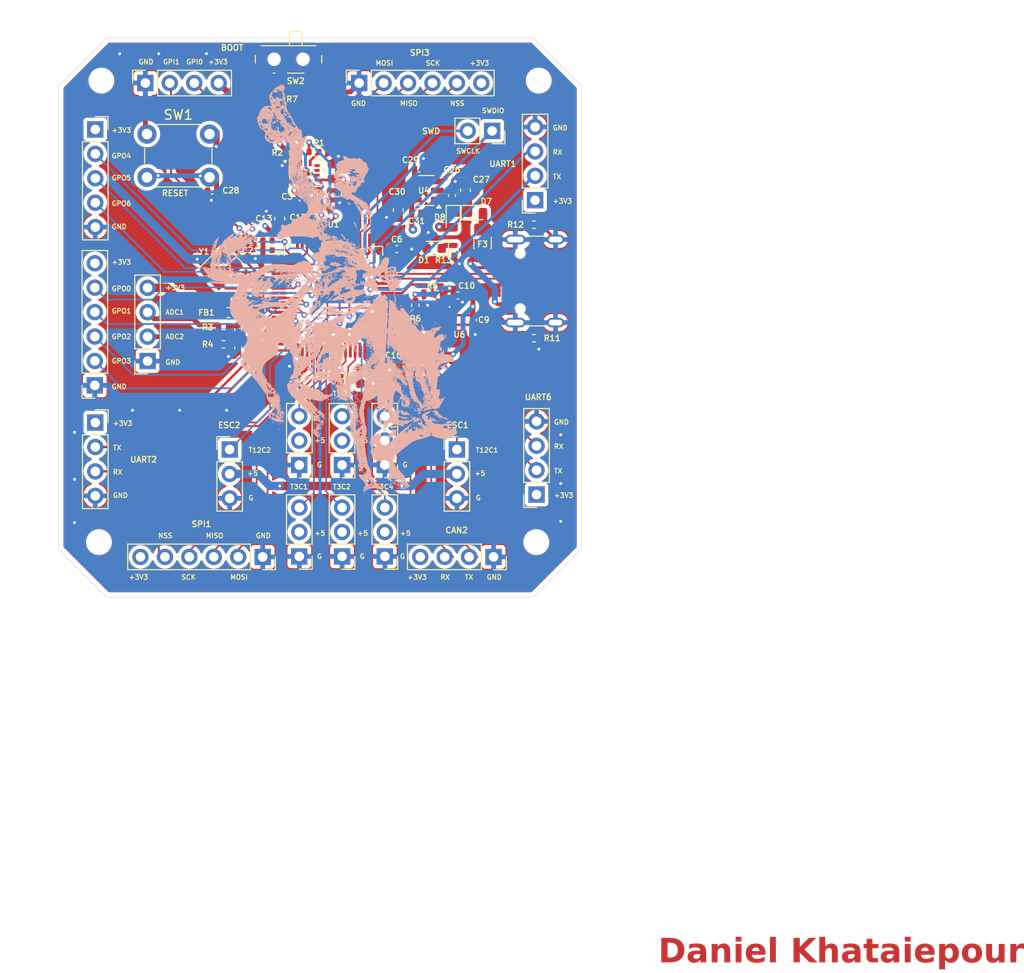
<source format=kicad_pcb>
(kicad_pcb (version 20240108) (generator "pcbnew") (generator_version "8.0")
  (title_block (title "FLIGHT CONTROLLER PCB") (date "2025-09-02"))
  (layers (0 "F.Cu" signal) (31 "B.Cu" signal) (34 "B.Paste" user) (35 "F.Paste" user) (36 "B.SilkS" user "B.Silkscreen") (37 "F.SilkS" user "F.Silkscreen") (38 "B.Mask" user) (39 "F.Mask" user) (44 "Edge.Cuts" user))
  (net 0 "")
  (net 1 "GND")
  (net 2 "NRST")
  (net 3 "TIM12_CH1")
  (net 4 "TIM12_CH2")
  (net 5 "USB-D+")
  (net 6 "USB-D-")
  (net 7 "I2C1_SCL")
  (net 8 "I2C1_SDA")
  (net 9 "I2C3_SCL")
  (net 10 "I2C3_SDA")
  (footprint "Resistor_SMD:R_0402_1005Metric" (layer "F.Cu") (at 139.927101 95.2916)
    (property "Reference" "R2")
    (property "Value" "10K")
  )
  (footprint "Connector_PinSocket_2.54mm:PinSocket_1x06_P2.54mm_Vertical" (layer "F.Cu") (at 136.8811 137.4021 -90)
    (property "Reference" "J17" (hide yes))
    (property "Value" "SPI1")
  )
  (footprint "Diode_SMD:D_0603_1608Metric" (layer "F.Cu") (at 159.0046 101.5781)
    (property "Reference" "D7")
    (property "Value" "B120-E3")
  )
  (footprint "Resistor_SMD:R_0402_1005Metric" (layer "F.Cu") (at 156.8201 105.517099 -90)
    (property "Reference" "R13")
    (property "Value" "4K7")
  )
  (footprint "MountingHole:MountingHole_2.2mm_M2" (layer "F.Cu") (at 119.8631 135.8681)
    (property "Reference" "H3" (hide yes))
    (property "Value" "MountingHole")
  )
  (footprint "Resistor_SMD:R_0402_1005Metric" (layer "F.Cu") (at 152.7561 111.2301 90)
    (property "Reference" "R6")
    (property "Value" "4K7")
  )
  (footprint "Connector_USB:USB_C_Receptacle_GCT_USB4105-xx-A_16P_TopMnt_Horizontal" (layer "F.Cu") (at 166.2541 108.7115 90)
    (property "Reference" "J23" (hide yes))
    (property "Value" "USB_IN")
  )
  (footprint "Capacitor_SMD:C_0402_1005Metric" (layer "F.Cu") (at 140.986689 100.095689 -45)
    (property "Reference" "C3")
    (property "Value" "10n")
  )
  (footprint "Fuse:Fuse_1206_3216Metric" (layer "F.Cu") (at 159.7411 104.7531 -90)
    (property "Reference" "F3")
    (property "Value" "Fuse")
  )
  (footprint "Resistor_SMD:R_0402_1005Metric" (layer "F.Cu") (at 165.0751 114.6591)
    (property "Reference" "R11")
    (property "Value" "4K7")
  )
  (footprint "Capacitor_SMD:C_0603_1608Metric" (layer "F.Cu") (at 138.6591 102.2131 90)
    (property "Reference" "C13")
    (property "Value" "10u")
  )
  (footprint "Capacitor_SMD:C_0402_1005Metric" (layer "F.Cu") (at 148.860689 117.411511 -135)
    (property "Reference" "C16")
    (property "Value" "100n")
  )
  (footprint "Capacitor_SMD:C_0402_1005Metric" (layer "F.Cu") (at 136.7541 107.7021 90)
    (property "Reference" "C22")
    (property "Value" "35p")
  )
  (footprint "Resistor_SMD:R_0402_1005Metric" (layer "F.Cu") (at 142.217099 95.2916 180)
    (property "Reference" "R1")
    (property "Value" "10K")
  )
  (footprint "Connector_PinSocket_2.54mm:PinSocket_1x06_P2.54mm_Vertical" (layer "F.Cu") (at 119.4321 119.5621 180)
    (property "Reference" "J2" (hide yes))
    (property "Value" "GPIOOUT_1")
  )
  (footprint "Connector_PinHeader_2.54mm:PinHeader_1x03_P2.54mm_Vertical" (layer "F.Cu") (at 145.1361 137.3521 180)
    (property "Reference" "J12" (hide yes))
    (property "Value" "SERVO_5")
  )
  (footprint "Resistor_SMD:R_0402_1005Metric" (layer "F.Cu") (at 165.0751 102.8481)
    (property "Reference" "R12")
    (property "Value" "4K7")
  )
  (footprint "Connector_PinHeader_2.54mm:PinHeader_1x03_P2.54mm_Vertical" (layer "F.Cu") (at 157.0741 126.2311)
    (property "Reference" "J21" (hide yes))
    (property "Value" "B1_IN")
  )
  (footprint "MountingHole:MountingHole_2.2mm_M2" (layer "F.Cu") (at 120.1171 87.8621)
    (property "Reference" "H1" (hide yes))
    (property "Value" "MountingHole")
  )
  (footprint "Inductor_SMD:L_0603_1608Metric" (layer "F.Cu") (at 133.3251 111.9921)
    (property "Reference" "FB1")
    (property "Value" "600R FerriteBead")
  )
  (footprint "Capacitor_SMD:C_0402_1005Metric" (layer "F.Cu") (at 137.3891 105.5151)
    (property "Reference" "C21")
    (property "Value" "100n")
  )
  (footprint "Connector_PinSocket_2.54mm:PinSocket_1x04_P2.54mm_Vertical" (layer "F.Cu") (at 160.8841 137.4021 -90)
    (property "Reference" "J18" (hide yes))
    (property "Value" "CAN2")
  )
  (footprint "Capacitor_SMD:C_0603_1608Metric" (layer "F.Cu") (at 150.9781 101.3371 -90)
    (property "Reference" "C30")
    (property "Value" "2u2")
  )
  (footprint "Connector_PinHeader_2.54mm:PinHeader_1x03_P2.54mm_Vertical" (layer "F.Cu") (at 140.6911 137.3521 180)
    (property "Reference" "J13" (hide yes))
    (property "Value" "SERVO_4")
  )
  (footprint "Capacitor_SMD:C_0402_1005Metric" (layer "F.Cu") (at 158.7251 112.7541 -90)
    (property "Reference" "C9")
    (property "Value" "100n")
  )
  (footprint "Capacitor_SMD:C_0402_1005Metric" (layer "F.Cu") (at 137.3891 104.4991 180)
    (property "Reference" "C14")
    (property "Value" "100n")
  )
  (footprint "Capacitor_SMD:C_0603_1608Metric" (layer "F.Cu") (at 147.0411 118.6091 -90)
    (property "Reference" "C20")
    (property "Value" "4u7")
  )
  (footprint "Capacitor_SMD:C_0603_1608Metric" (layer "F.Cu") (at 144.1201 97.3236 90)
    (property "Reference" "C1")
    (property "Value" "2u2")
  )
  (footprint "Resistor_SMD:R_0402_1005Metric" (layer "F.Cu") (at 132.815101 115.2941)
    (property "Reference" "R4")
    (property "Value" "100")
  )
  (footprint "Connector_PinSocket_2.54mm:PinSocket_1x02_P2.54mm_Vertical" (layer "F.Cu") (at 160.7371 93.0941 -90)
    (property "Reference" "J11" (hide yes))
    (property "Value" "SWD")
  )
  (footprint "Capacitor_SMD:C_0402_1005Metric" (layer "F.Cu") (at 136.7541 109.8051 -90)
    (property "Reference" "C23")
    (property "Value" "35p")
  )
  (footprint "Littelfuse_poly:BMP390" (layer "F.Cu") (at 156.0581 112.7621)
    (property "Reference" "U6")
    (property "Value" "BMP390" (hide yes))
  )
  (footprint "Button_Switch_THT:SW_PUSH_6mm_H5mm" (layer "F.Cu") (at 124.8571 93.4261)
    (property "Reference" "SW1")
    (property "Value" "SW_Push" (hide yes))
  )
  (footprint "Resistor_SMD:R_0402_1005Metric" (layer "F.Cu") (at 155.8041 115.8021 -90)
    (property "Reference" "R9")
    (property "Value" "100K")
  )
  (footprint "Capacitor_SMD:C_0402_1005Metric" (layer "F.Cu") (at 150.8231 105.3881)
    (property "Reference" "C6")
    (property "Value" "100n")
  )
  (footprint "Package_TO_SOT_SMD:SOT-23-5" (layer "F.Cu") (at 153.8991 99.2921 180)
    (property "Reference" "U4")
    (property "Value" "3V3")
  )
  (footprint "Capacitor_SMD:C_0402_1005Metric" (layer "F.Cu") (at 140.4371 102.9751)
    (property "Reference" "C15")
    (property "Value" "100n")
  )
  (footprint "Connector_PinHeader_2.54mm:PinHeader_1x03_P2.54mm_Vertical" (layer "F.Cu") (at 140.6911 127.8521 180)
    (property "Reference" "J8" (hide yes))
    (property "Value" "SERVO_1")
  )
  (footprint "Package_QFP:LQFP-64_10x10mm_P0.5mm" (layer "F.Cu") (at 144.2471 110.2141)
    (property "Reference" "U1")
    (property "Value" "STM32F446RETx")
  )
  (footprint "MountingHole:MountingHole_2.2mm_M2" (layer "F.Cu") (at 165.3291 135.8681)
    (property "Reference" "H4" (hide yes))
    (property "Value" "MountingHole")
  )
  (footprint "Capacitor_SMD:C_0402_1005Metric" (layer "F.Cu") (at 153.1371 97.0061)
    (property "Reference" "C29")
    (property "Value" "10n")
  )
  (footprint "Capacitor_SMD:C_0402_1005Metric" (layer "F.Cu") (at 135.6111 111.7381 90)
    (property "Reference" "C17")
    (property "Value" "100n")
  )
  (footprint "Connector_PinSocket_2.54mm:PinSocket_1x04_P2.54mm_Vertical" (layer "F.Cu") (at 165.2021 100.3081 180)
    (property "Reference" "J3" (hide yes))
    (property "Value" "USART_1")
  )
  (footprint "Capacitor_SMD:C_0603_1608Metric" (layer "F.Cu") (at 157.9631 99.2791 90)
    (property "Reference" "C27")
    (property "Value" "2u2")
  )
  (footprint "Capacitor_SMD:C_0402_1005Metric" (layer "F.Cu") (at 140.9451 117.5801 180)
    (property "Reference" "C7")
    (property "Value" "100n")
  )
  (footprint "Connector_PinSocket_2.54mm:PinSocket_1x05_P2.54mm_Vertical" (layer "F.Cu") (at 119.4821 92.9421)
    (property "Reference" "J10" (hide yes))
    (property "Value" "GPIOOUT_2")
  )
  (footprint "Capacitor_SMD:C_0402_1005Metric" (layer "F.Cu") (at 143.8661 99.8001 -90)
    (property "Reference" "C2")
    (property "Value" "100n")
  )
  (footprint "Capacitor_SMD:C_0402_1005Metric" (layer "F.Cu") (at 156.5661 99.8281 90)
    (property "Reference" "C26")
    (property "Value" "100n")
  )
  (footprint "Capacitor_SMD:C_0402_1005Metric" (layer "F.Cu") (at 131.6461 99.2921 180)
    (property "Reference" "C28")
    (property "Value" "100n")
  )
  (footprint "Connector_PinHeader_2.54mm:PinHeader_1x03_P2.54mm_Vertical" (layer "F.Cu") (at 149.5811 127.8371 180)
    (property "Reference" "J15" (hide yes))
    (property "Value" "SERVO_3")
  )
  (footprint "Capacitor_SMD:C_0402_1005Metric" (layer "F.Cu") (at 134.3411 115.6751 90)
    (property "Reference" "C5")
    (property "Value" "100n")
  )
  (footprint "Connector_PinHeader_2.54mm:PinHeader_1x03_P2.54mm_Vertical" (layer "F.Cu") (at 133.4521 126.2311)
    (property "Reference" "J22" (hide yes))
    (property "Value" "B2_IN")
  )
  (footprint "Diode_SMD:D_0603_1608Metric" (layer "F.Cu") (at 156.6931 102.3401 -90)
    (property "Reference" "D8")
    (property "Value" "B120-E3")
  )
  (footprint "Resistor_SMD:R_0402_1005Metric" (layer "F.Cu") (at 132.8171 113.3891)
    (property "Reference" "R3")
    (property "Value" "100")
  )
  (footprint "Capacitor_SMD:C_0402_1005Metric" (layer "F.Cu") (at 136.7541 111.7381 90)
    (property "Reference" "C18")
    (property "Value" "1u")
  )
  (footprint "Connector_PinSocket_2.54mm:PinSocket_1x06_P2.54mm_Vertical" (layer "F.Cu") (at 146.9141 88.1161 90)
    (property "Reference" "J1" (hide yes))
    (property "Value" "SPI3")
  )
  (footprint "Crystal:Crystal_SMD_3225-4Pin_3.2x2.5mm" (layer "F.Cu") (at 132.5631 107.4201 -135)
    (property "Reference" "Y1")
    (property "Value" "Crystal_GND24")
  )
  (footprint "LED_SMD:LED_0603_1608Metric" (layer "F.Cu") (at 154.7119 105.3119 180)
    (property "Reference" "D1")
    (property "Value" "GRN")
  )
  (footprint "Connector_PinSocket_2.54mm:PinSocket_1x04_P2.54mm_Vertical" (layer "F.Cu") (at 165.3541 130.9251 180)
    (property "Reference" "J7" (hide yes))
    (property "Value" "USART_6")
  )
  (footprint "Capacitor_SMD:C_0402_1005Metric" (layer "F.Cu") (at 134.3411 113.7701 90)
    (property "Reference" "C4")
    (property "Value" "100n")
  )
  (footprint "Button_Switch_SMD:SW_SPDT_PCM12" (layer "F.Cu") (at 139.5721 85.9701 180)
    (property "Reference" "SW2")
    (property "Value" "SW_SPDT")
  )
  (footprint "Resistor_SMD:R_0402_1005Metric" (layer "F.Cu") (at 138.7861 89.800099 -90)
    (property "Reference" "R7")
    (property "Value" "4K7")
  )
  (footprint "Capacitor_SMD:C_0402_1005Metric" (layer "F.Cu") (at 152.8577 101.5781)
    (property "Reference" "C31")
    (property "Value" "100n")
  )
  (footprint "Connector_PinSocket_2.54mm:PinSocket_1x04_P2.54mm_Vertical" (layer "F.Cu") (at 119.4821 123.4321)
    (property "Reference" "J6" (hide yes))
    (property "Value" "USART_2")
  )
  (footprint "Connector_PinHeader_2.54mm:PinHeader_1x03_P2.54mm_Vertical" (layer "F.Cu") (at 149.5811 137.3521 180)
    (property "Reference" "J14" (hide yes))
    (property "Value" "SERVO_6")
  )
  (footprint "Capacitor_SMD:C_0402_1005Metric" (layer "F.Cu") (at 157.1731 110.2221)
    (property "Reference" "C10")
    (property "Value" "100n")
  )
  (footprint "MountingHole:MountingHole_2.2mm_M2" (layer "F.Cu") (at 165.5831 87.8621)
    (property "Reference" "H2" (hide yes))
    (property "Value" "MountingHole")
  )
  (footprint "Connector_PinSocket_2.54mm:PinSocket_1x04_P2.54mm_Vertical" (layer "F.Cu") (at 124.6891 88.1161 90)
    (property "Reference" "J4" (hide yes))
    (property "Value" "GPIOIN")
  )
  (footprint "Connector_PinSocket_2.54mm:PinSocket_1x04_P2.54mm_Vertical" (layer "F.Cu") (at 124.9181 117.0371 180)
    (property "Reference" "J5" (hide yes))
    (property "Value" "ADC")
  )
  (footprint "Littelfuse_poly:LGA14_2.5X3X0.76_IVS" (layer "F.Cu") (at 141.3261 97.4506)
    (property "Reference" "MT1")
    (property "Value" "ICM-42670-P")
  )
  (footprint "Resistor_SMD:R_0402_1005Metric" (layer "F.Cu") (at 155.044099 110.0871 180)
    (property "Reference" "R5")
    (property "Value" "4K7")
  )
  (footprint "Connector_PinHeader_2.54mm:PinHeader_1x03_P2.54mm_Vertical" (layer "F.Cu") (at 145.1361 127.8521 180)
    (property "Reference" "J9" (hide yes))
    (property "Value" "SERVO_2")
  )
  (footprint "LOGO" (layer "B.Cu") (at 144.2471 110.2141 180)
    (property "Reference" "G***")
    (property "Value" "LOGO" (hide yes))
  )
  (gr_line (start 165.0281 83.4171) (end 170.0281 88.4171) (stroke (width 0.05)) (layer "Edge.Cuts"))
  (gr_line (start 120.6721 83.4171) (end 115.6721 88.4171) (stroke (width 0.05)) (layer "Edge.Cuts"))
  (gr_line (start 120.6721 141.5831) (end 165.0281 141.5831) (stroke (width 0.05)) (layer "Edge.Cuts"))
  (gr_line (start 115.6721 136.5831) (end 120.6721 141.5831) (stroke (width 0.05)) (layer "Edge.Cuts"))
  (gr_line (start 115.6721 88.4171) (end 115.6721 136.5831) (stroke (width 0.05)) (layer "Edge.Cuts"))
  (gr_line (start 170.0281 136.5831) (end 165.0281 141.5831) (stroke (width 0.05)) (layer "Edge.Cuts"))
  (gr_line (start 170.0281 88.4171) (end 170.0281 136.5831) (stroke (width 0.05)) (layer "Edge.Cuts"))
  (gr_line (start 120.6721 83.4171) (end 165.0281 83.4171) (stroke (width 0.05)) (layer "Edge.Cuts"))
  (gr_text "Daniel Khataiepour" (at 178 180 0) (layer "F.Cu") (effects (font (size 2.5 2.5) (thickness 0.3) (bold yes) (italic yes)) (justify left bottom)))
  (gr_text "UART1" (at 160.3761 96.8791 0) (layer "F.SilkS") (effects (font (size 0.6 0.6) (thickness 0.12) (bold yes)) (justify left bottom)))
  (gr_text "RX" (at 166.9801 95.6091 0) (layer "F.SilkS") (effects (font (size 0.5 0.5) (thickness 0.1) (bold yes)) (justify left bottom)))
  (gr_text "GPO4" (at 121.1331 95.9901 0) (layer "F.SilkS") (effects (font (size 0.5 0.5) (thickness 0.1) (bold yes)) (justify left bottom)))
  (gr_text "ESC2" (at 132.1821 124.0571 0) (layer "F.SilkS") (effects (font (size 0.6 0.6) (thickness 0.12) (bold yes)) (justify left bottom)))
  (gr_text "+3V3" (at 151.8671 139.8051 0) (layer "F.SilkS") (effects (font (size 0.5 0.5) (thickness 0.1) (bold yes)) (justify left bottom)))
  (gr_text "BOOT" (at 132.4771 84.7901 0) (layer "F.SilkS") (effects (font (size 0.6 0.6) (thickness 0.12) (bold yes)) (justify left bottom)))
  (gr_text "G" (at 146.9141 128.1211 0) (layer "F.SilkS") (effects (font (size 0.5 0.5) (thickness 0.1) (bold yes)) (justify left bottom)))
  (gr_text "G" (at 142.4691 137.6461 0) (layer "F.SilkS") (effects (font (size 0.5 0.5) (thickness 0.1) (bold yes)) (justify left bottom)))
  (gr_text "G" (at 142.4691 128.1211 0) (layer "F.SilkS") (effects (font (size 0.5 0.5) (thickness 0.1) (bold yes)) (justify left bottom)))
  (gr_text "T2C3" (at 144.119434 120.7551 0) (layer "F.SilkS") (effects (font (size 0.5 0.5) (thickness 0.1) (bold yes)) (justify left bottom)))
  (gr_text "+3V3" (at 131.1661 86.2111 0) (layer "F.SilkS") (effects (font (size 0.5 0.5) (thickness 0.1) (bold yes)) (justify left bottom)))
  (gr_text "T12C2" (at 135.3571 126.5971 0) (layer "F.SilkS") (effects (font (size 0.5 0.5) (thickness 0.1) (bold yes)) (justify left bottom)))
  (gr_text "SPI1" (at 129.421814 134.3441 0) (layer "F.SilkS") (effects (font (size 0.6 0.6) (thickness 0.12) (bold yes)) (justify left bottom)))
  (gr_text "GPO0" (at 121.1331 109.799381 0) (layer "F.SilkS") (effects (font (size 0.5 0.5) (thickness 0.1) (bold yes)) (justify left bottom)))
  (gr_text "TX" (at 157.8361 139.8051 0) (layer "F.SilkS") (effects (font (size 0.5 0.5) (thickness 0.1) (bold yes)) (justify left bottom)))
  (gr_text "ADC2" (at 126.7211 114.7861 0) (layer "F.SilkS") (effects (font (size 0.5 0.5) (thickness 0.1) (bold yes)) (justify left bottom)))
  (gr_text "RX" (at 167.1071 126.2161 0) (layer "F.SilkS") (effects (font (size 0.5 0.5) (thickness 0.1) (bold yes)) (justify left bottom)))
  (gr_text "NSS" (at 156.3121 90.5291 0) (layer "F.SilkS") (effects (font (size 0.5 0.5) (thickness 0.1) (bold yes)) (justify left bottom)))
  (gr_text "+3V3" (at 121.1331 93.3231 0) (layer "F.SilkS") (effects (font (size 0.5 0.5) (thickness 0.1) (bold yes)) (justify left bottom)))
  (gr_text "GND" (at 126.7211 117.4531 0) (layer "F.SilkS") (effects (font (size 0.5 0.5) (thickness 0.1) (bold yes)) (justify left bottom)))
  (gr_text "T12C1" (at 158.9791 126.5971 0) (layer "F.SilkS") (effects (font (size 0.5 0.5) (thickness 0.1) (bold yes)) (justify left bottom)))
  (gr_text "CAN2" (at 155.806957 134.9791 0) (layer "F.SilkS") (effects (font (size 0.6 0.6) (thickness 0.12) (bold yes)) (justify left bottom)))
  (gr_text "GPO6" (at 121.1331 100.9431 0) (layer "F.SilkS") (effects (font (size 0.5 0.5) (thickness 0.1) (bold yes)) (justify left bottom)))
  (gr_text "SPI3" (at 152.1211 85.3221 0) (layer "F.SilkS") (effects (font (size 0.6 0.6) (thickness 0.12) (bold yes)) (justify left bottom)))
  (gr_text "GPO5" (at 121.1331 98.2761 0) (layer "F.SilkS") (effects (font (size 0.5 0.5) (thickness 0.1) (bold yes)) (justify left bottom)))
  (gr_text "+3V3" (at 121.2601 123.8031 0) (layer "F.SilkS") (effects (font (size 0.5 0.5) (thickness 0.1) (bold yes)) (justify left bottom)))
  (gr_text "+5" (at 146.6601 135.2331 0) (layer "F.SilkS") (effects (font (size 0.5 0.5) (thickness 0.1) (bold yes)) (justify left bottom)))
  (gr_text "T3C1" (at 139.674434 130.4071 0) (layer "F.SilkS") (effects (font (size 0.5 0.5) (thickness 0.1) (bold yes)) (justify left bottom)))
  (gr_text "MOSI" (at 133.4521 139.8051 0) (layer "F.SilkS") (effects (font (size 0.5 0.5) (thickness 0.1) (bold yes)) (justify left bottom)))
  (gr_text "+3V3" (at 122.9111 139.8051 0) (layer "F.SilkS") (effects (font (size 0.5 0.5) (thickness 0.1) (bold yes)) (justify left bottom)))
  (gr_text "RX" (at 121.2601 128.8831 0) (layer "F.SilkS") (effects (font (size 0.5 0.5) (thickness 0.1) (bold yes)) (justify left bottom)))
  (gr_text "T3C2" (at 144.119434 130.4071 0) (layer "F.SilkS") (effects (font (size 0.5 0.5) (thickness 0.1) (bold yes)) (justify left bottom)))
  (gr_text "GPI1" (at 126.4671 86.2111 0) (layer "F.SilkS") (effects (font (size 0.5 0.5) (thickness 0.1) (bold yes)) (justify left bottom)))
  (gr_text "+5" (at 142.2151 135.2331 0) (layer "F.SilkS") (effects (font (size 0.5 0.5) (thickness 0.1) (bold yes)) (justify left bottom)))
  (gr_text "SCK" (at 128.3721 139.8051 0) (layer "F.SilkS") (effects (font (size 0.5 0.5) (thickness 0.1) (bold yes)) (justify left bottom)))
  (gr_text "UART6" (at 164.0591 121.1361 0) (layer "F.SilkS") (effects (font (size 0.6 0.6) (thickness 0.12) (bold yes)) (justify left bottom)))
  (gr_text "RESET" (at 126.3401 99.9271 0) (layer "F.SilkS") (effects (font (size 0.6 0.6) (thickness 0.12) (bold yes)) (justify left bottom)))
  (gr_text "+3V3" (at 121.1331 107.0391 0) (layer "F.SilkS") (effects (font (size 0.5 0.5) (thickness 0.1) (bold yes)) (justify left bottom)))
  (gr_text "T2C4" (at 148.564434 120.7551 0) (layer "F.SilkS") (effects (font (size 0.5 0.5) (thickness 0.1) (bold yes)) (justify left bottom)))
  (gr_text "G" (at 146.9141 137.6461 0) (layer "F.SilkS") (effects (font (size 0.5 0.5) (thickness 0.1) (bold yes)) (justify left bottom)))
  (gr_text "+5" (at 158.8521 129.0101 0) (layer "F.SilkS") (effects (font (size 0.5 0.5) (thickness 0.1) (bold yes)) (justify left bottom)))
  (gr_text "GND" (at 136.1191 135.4871 0) (layer "F.SilkS") (effects (font (size 0.5 0.5) (thickness 0.1) (bold yes)) (justify left bottom)))
  (gr_text "T3C4" (at 148.564434 130.4071 0) (layer "F.SilkS") (effects (font (size 0.5 0.5) (thickness 0.1) (bold yes)) (justify left bottom)))
  (gr_text "GPI0" (at 128.8801 86.2111 0) (layer "F.SilkS") (effects (font (size 0.5 0.5) (thickness 0.1) (bold yes)) (justify left bottom)))
  (gr_text "GND" (at 166.9801 93.0691 0) (layer "F.SilkS") (effects (font (size 0.5 0.5) (thickness 0.1) (bold yes)) (justify left bottom)))
  (gr_text "+5" (at 142.2151 125.5811 0) (layer "F.SilkS") (effects (font (size 0.5 0.5) (thickness 0.1) (bold yes)) (justify left bottom)))
  (gr_text "+5" (at 146.6601 125.5811 0) (layer "F.SilkS") (effects (font (size 0.5 0.5) (thickness 0.1) (bold yes)) (justify left bottom)))
  (gr_text "GND" (at 160.1221 139.8051 0) (layer "F.SilkS") (effects (font (size 0.5 0.5) (thickness 0.1) (bold yes)) (justify left bottom)))
  (gr_text "+5" (at 151.1051 135.2331 0) (layer "F.SilkS") (effects (font (size 0.5 0.5) (thickness 0.1) (bold yes)) (justify left bottom)))
  (gr_text "RX" (at 155.2961 139.8051 0) (layer "F.SilkS") (effects (font (size 0.5 0.5) (thickness 0.1) (bold yes)) (justify left bottom)))
  (gr_text "SWD" (at 153.3911 93.4675 0) (layer "F.SilkS") (effects (font (size 0.6 0.6) (thickness 0.12) (bold yes)) (justify left bottom)))
  (gr_text "G" (at 135.3571 131.5501 0) (layer "F.SilkS") (effects (font (size 0.5 0.5) (thickness 0.1) (bold yes)) (justify left bottom)))
  (gr_text "+3V3" (at 158.3441 86.3381 0) (layer "F.SilkS") (effects (font (size 0.5 0.5) (thickness 0.1) (bold yes)) (justify left bottom)))
  (gr_text "T2C2" (at 139.674434 120.7551 0) (layer "F.SilkS") (effects (font (size 0.5 0.5) (thickness 0.1) (bold yes)) (justify left bottom)))
  (gr_text "GND" (at 121.2601 131.2961 0) (layer "F.SilkS") (effects (font (size 0.5 0.5) (thickness 0.1) (bold yes)) (justify left bottom)))
  (gr_text "GPO3" (at 121.1331 117.3261 0) (layer "F.SilkS") (effects (font (size 0.5 0.5) (thickness 0.1) (bold yes)) (justify left bottom)))
  (gr_text "GND" (at 167.1071 123.6761 0) (layer "F.SilkS") (effects (font (size 0.5 0.5) (thickness 0.1) (bold yes)) (justify left bottom)))
  (gr_text "GND" (at 121.1331 119.9931 0) (layer "F.SilkS") (effects (font (size 0.5 0.5) (thickness 0.1) (bold yes)) (justify left bottom)))
  (gr_text "NSS" (at 125.9591 135.4871 0) (layer "F.SilkS") (effects (font (size 0.5 0.5) (thickness 0.1) (bold yes)) (justify left bottom)))
  (gr_text "+3V3" (at 166.9801 100.6891 0) (layer "F.SilkS") (effects (font (size 0.5 0.5) (thickness 0.1) (bold yes)) (justify left bottom)))
  (gr_text "GND" (at 146.0251 90.5291 0) (layer "F.SilkS") (effects (font (size 0.5 0.5) (thickness 0.1) (bold yes)) (justify left bottom)))
  (gr_text "GND" (at 123.9271 86.2111 0) (layer "F.SilkS") (effects (font (size 0.5 0.5) (thickness 0.1) (bold yes)) (justify left bottom)))
  (gr_text "ESC1" (at 155.9311 124.0571 0) (layer "F.SilkS") (effects (font (size 0.6 0.6) (thickness 0.12) (bold yes)) (justify left bottom)))
  (gr_text "GPO1" (at 121.1331 112.1191 0) (layer "F.SilkS") (effects (font (size 0.5 0.5) (thickness 0.1) (bold yes)) (justify left bottom)))
  (gr_text "MISO" (at 130.9121 135.4871 0) (layer "F.SilkS") (effects (font (size 0.5 0.5) (thickness 0.1) (bold yes)) (justify left bottom)))
  (gr_text "TX" (at 166.9801 98.1491 0) (layer "F.SilkS") (effects (font (size 0.5 0.5) (thickness 0.1) (bold yes)) (justify left bottom)))
  (gr_text "+3V3" (at 126.7211 109.7061 0) (layer "F.SilkS") (effects (font (size 0.5 0.5) (thickness 0.1) (bold yes)) (justify left bottom)))
  (gr_text "TX" (at 121.2601 126.3431 0) (layer "F.SilkS") (effects (font (size 0.5 0.5) (thickness 0.1) (bold yes)) (justify left bottom)))
  (gr_text "UART2" (at 123.0381 127.6305 0) (layer "F.SilkS") (effects (font (size 0.6 0.6) (thickness 0.12) (bold yes)) (justify left bottom)))
  (gr_text "SWCLK" (at 156.9471 95.4821 0) (layer "F.SilkS") (effects (font (size 0.5 0.5) (thickness 0.1) (bold yes)) (justify left bottom)))
  (gr_text "TX" (at 167.1071 128.7561 0) (layer "F.SilkS") (effects (font (size 0.5 0.5) (thickness 0.1) (bold yes)) (justify left bottom)))
  (gr_text "MISO" (at 151.1051 90.5291 0) (layer "F.SilkS") (effects (font (size 0.5 0.5) (thickness 0.1) (bold yes)) (justify left bottom)))
  (gr_text "+5" (at 151.1051 125.5811 0) (layer "F.SilkS") (effects (font (size 0.5 0.5) (thickness 0.1) (bold yes)) (justify left bottom)))
  (gr_text "ADC1" (at 126.7211 112.2461 0) (layer "F.SilkS") (effects (font (size 0.5 0.5) (thickness 0.1) (bold yes)) (justify left bottom)))
  (gr_text "SCK" (at 153.7721 86.3381 0) (layer "F.SilkS") (effects (font (size 0.5 0.5) (thickness 0.1) (bold yes)) (justify left bottom)))
  (gr_text "G" (at 158.9791 131.5501 0) (layer "F.SilkS") (effects (font (size 0.5 0.5) (thickness 0.1) (bold yes)) (justify left bottom)))
  (gr_text "G" (at 151.1051 137.6461 0) (layer "F.SilkS") (effects (font (size 0.5 0.5) (thickness 0.1) (bold yes)) (justify left bottom)))
  (gr_text "+3V3" (at 167.1071 131.2961 0) (layer "F.SilkS") (effects (font (size 0.5 0.5) (thickness 0.1) (bold yes)) (justify left bottom)))
  (gr_text "MOSI" (at 148.5651 86.3381 0) (layer "F.SilkS") (effects (font (size 0.5 0.5) (thickness 0.1) (bold yes)) (justify left bottom)))
  (gr_text "G" (at 151.3591 128.1211 0) (layer "F.SilkS") (effects (font (size 0.5 0.5) (thickness 0.1) (bold yes)) (justify left bottom)))
  (gr_text "GPO2" (at 121.1331 114.7861 0) (layer "F.SilkS") (effects (font (size 0.5 0.5) (thickness 0.1) (bold yes)) (justify left bottom)))
  (gr_text "SWDIO" (at 159.6141 91.2911 0) (layer "F.SilkS") (effects (font (size 0.5 0.5) (thickness 0.1) (bold yes)) (justify left bottom)))
  (gr_text "+5" (at 135.2301 129.0101 0) (layer "F.SilkS") (effects (font (size 0.5 0.5) (thickness 0.1) (bold yes)) (justify left bottom)))
  (gr_text "GND" (at 121.1331 103.3561 0) (layer "F.SilkS") (effects (font (size 0.5 0.5) (thickness 0.1) (bold yes)) (justify left bottom)))
  (segment (start 139.1671 104.6261) (end 139.1671 105.3881) (width 0.2032) (layer "F.Cu") (net 0))
  (segment (start 133.3271 113.3891) (end 134.2421 113.3891) (width 0.508) (layer "F.Cu") (net 0))
  (segment (start 151.2321 115.4211) (end 151.2321 114.2781) (width 0.1778) (layer "F.Cu") (net 0))
  (segment (start 126.9401 109.4171) (end 124.9181 109.4171) (width 0.889) (layer "F.Cu") (net 0))
  (segment (start 146.4971 103.678808) (end 146.4971 104.5391) (width 0.1778) (layer "F.Cu") (net 0))
  (segment (start 156.3081 111.9991) (end 156.5661 111.7411) (width 0.254) (layer "F.Cu") (net 0))
  (segment (start 155.307777 103.127601) (end 156.6931 103.127601) (width 0.889) (layer "F.Cu") (net 0))
  (segment (start 142.9971 118.7031) (end 142.9971 115.8891) (width 0.1778) (layer "F.Cu") (net 0))
  (segment (start 155.8041 116.312099) (end 156.691101 116.312099) (width 0.508) (layer "F.Cu") (net 0))
  (segment (start 137.3891 123.9301) (end 140.8181 120.5011) (width 0.1778) (layer "F.Cu") (net 0))
  (segment (start 151.994099 88.1161) (end 147.0411 93.069099) (width 0.1778) (layer "F.Cu") (net 0))
  (segment (start 141.481473 108.337473) (end 140.9859 107.8419) (width 0.1778) (layer "F.Cu") (net 0))
  (segment (start 157.9631 100.0541) (end 158.7251 100.0541) (width 0.381) (layer "F.Cu") (net 0))
  (segment (start 147.9971 105.7021) (end 147.9971 104.5391) (width 0.29845) (layer "F.Cu") (net 0))
  (segment (start 144.6001 99.3201) (end 145.2631 98.6571) (width 0.508) (layer "F.Cu") (net 0))
  (segment (start 156.6931 101.552599) (end 156.718601 101.5781) (width 0.889) (layer "F.Cu") (net 0))
  (segment (start 144.2471 114.2781) (end 143.6121 113.6431) (width 0.1778) (layer "F.Cu") (net 0))
  (segment (start 129.769099 88.1161) (end 134.7221 93.069101) (width 0.2032) (layer "F.Cu") (net 0))
  (segment (start 158.5981 97.1585) (end 156.6677 97.1585) (width 0.381) (layer "F.Cu") (net 0))
  (segment (start 145.7711 122.137101) (end 145.7711 117.6436) (width 0.1778) (layer "F.Cu") (net 0))
  (segment (start 164.8881 114.3361) (end 164.8881 111.1701) (width 0.29718) (layer "F.Cu") (net 0))
  (segment (start 152.7616 100.242099) (end 151.933101 100.242099) (width 0.635) (layer "F.Cu") (net 0))
  (segment (start 146.4971 116.9176) (end 146.4971 115.8891) (width 0.1778) (layer "F.Cu") (net 0))
  (segment (start 145.9971 103.644518) (end 145.9971 104.5391) (width 0.1778) (layer "F.Cu") (net 0))
  (segment (start 156.6931 109.8331) (end 156.3121 109.4521) (width 0.508) (layer "F.Cu") (net 0))
  (segment (start 140.34863 119.3677) (end 140.9355 119.3677) (width 0.1778) (layer "F.Cu") (net 0))
  (segment (start 135.0269 109.4775) (end 133.064865 109.4775) (width 0.254) (layer "F.Cu") (net 0))
  (segment (start 134.4681 103.2291) (end 134.0871 102.8481) (width 0.2032) (layer "F.Cu") (net 0))
  (segment (start 152.2513 116.4403) (end 151.2321 115.4211) (width 0.1778) (layer "F.Cu") (net 0))
  (segment (start 150.9181 113.9641) (end 149.9221 113.9641) (width 0.1778) (layer "F.Cu") (net 0))
  (segment (start 145.2631 98.6571) (end 145.2631 98.1491) (width 0.508) (layer "F.Cu") (net 0))
  (segment (start 129.6421 112.6271) (end 125.588099 112.6271) (width 0.508) (layer "F.Cu") (net 0))
  (segment (start 137.3221 88.4451) (end 136.4771 89.2901) (width 0.635) (layer "F.Cu") (net 0))
  (segment (start 159.2331 99.5461) (end 159.2331 97.7935) (width 0.381) (layer "F.Cu") (net 0))
  (segment (start 119.4821 125.9721) (end 126.3936 125.9721) (width 0.254) (layer "F.Cu") (net 0))
  (segment (start 138.6591 130.0261) (end 151.3591 130.0261) (width 0.889) (layer "F.Cu") (net 0))
  (segment (start 141.9971 102.7571) (end 141.9971 104.5391) (width 0.2032) (layer "F.Cu") (net 0))
  (segment (start 142.355373 108.02014) (end 141.799333 107.4641) (width 0.1778) (layer "F.Cu") (net 0))
  (segment (start 144.8821 117.7071) (end 145.4971 117.0921) (width 0.1778) (layer "F.Cu") (net 0))
  (segment (start 157.978099 118.4691) (end 156.8201 118.4691) (width 0.1778) (layer "F.Cu") (net 0))
  (segment (start 129.56585 110.4681) (end 127.9911 110.4681) (width 0.889) (layer "F.Cu") (net 0))
  (segment (start 132.6901 102.8481) (end 127.3561 97.5141) (width 0.2032) (layer "F.Cu") (net 0))
  (segment (start 145.8981 114.2781) (end 145.9971 114.3771) (width 0.1778) (layer "F.Cu") (net 0))
  (segment (start 148.8191 96.3711) (end 148.8191 102.425388) (width 0.1778) (layer "F.Cu") (net 0))
  (segment (start 152.6571 97.0061) (end 152.6571 98.237601) (width 0.508) (layer "F.Cu") (net 0))
  (segment (start 158.7251 112.2741) (end 158.7251 111.3571) (width 0.508) (layer "F.Cu") (net 0))
  (segment (start 126.086099 137.4021) (end 126.086099 130.504373) (width 0.1778) (layer "F.Cu") (net 0))
  (segment (start 136.44752 123.8031) (end 140.50512 119.7455) (width 0.1778) (layer "F.Cu") (net 0))
  (segment (start 142.2901 106.9641) (end 138.5721 106.9641) (width 0.1778) (layer "F.Cu") (net 0))
  (segment (start 152.7561 110.720101) (end 152.7561 110.0871) (width 0.3048) (layer "F.Cu") (net 0))
  (segment (start 152.2513 132.970299) (end 152.2513 116.4403) (width 0.1778) (layer "F.Cu") (net 0))
  (segment (start 136.7541 109.3251) (end 135.1793 109.3251) (width 0.254) (layer "F.Cu") (net 0))
  (segment (start 126.086099 130.504373) (end 133.168372 123.4221) (width 0.1778) (layer "F.Cu") (net 0))
  (segment (start 142.4691 106.7851) (end 142.2901 106.9641) (width 0.1778) (layer "F.Cu") (net 0))
  (segment (start 144.1201 98.0986) (end 145.2126 98.0986) (width 0.508) (layer "F.Cu") (net 0))
  (segment (start 132.739877 106.041242) (end 133.266019 105.5151) (width 0.254) (layer "F.Cu") (net 0))
  (segment (start 136.29423 123.4221) (end 140.34863 119.3677) (width 0.1778) (layer "F.Cu") (net 0))
  (segment (start 136.4771 89.2901) (end 133.4831 89.2901) (width 0.635) (layer "F.Cu") (net 0))
  (segment (start 129.4516 115.2941) (end 132.305102 115.2941) (width 0.508) (layer "F.Cu") (net 0))
  (segment (start 141.0721 106.1501) (end 141.4971 105.7251) (width 0.2032) (layer "F.Cu") (net 0))
  (segment (start 148.8191 102.425388) (end 147.4971 103.747388) (width 0.1778) (layer "F.Cu") (net 0))
  (segment (start 139.9291 106.1501) (end 141.0721 106.1501) (width 0.2032) (layer "F.Cu") (net 0))
  (segment (start 130.5311 135.497099) (end 130.5311 126.593662) (width 0.1778) (layer "F.Cu") (net 0))
  (segment (start 143.8661 99.3201) (end 144.6001 99.3201) (width 0.508) (layer "F.Cu") (net 0))
  (segment (start 139.417102 95.224102) (end 138.6591 94.4661) (width 0.508) (layer "F.Cu") (net 0))
  (segment (start 134.4401 115.2941) (end 135.8651 115.2941) (width 0.29845) (layer "F.Cu") (net 0))
  (segment (start 140.8181 120.5011) (end 141.9611 120.5011) (width 0.1778) (layer "F.Cu") (net 0))
  (segment (start 152.6291 120.0566) (end 154.4071 121.8346) (width 0.1778) (layer "F.Cu") (net 0))
  (segment (start 152.6291 116.28381) (end 152.6291 120.0566) (width 0.1778) (layer "F.Cu") (net 0))
  (segment (start 132.1801 113.2621) (end 130.2771 113.2621) (width 0.508) (layer "F.Cu") (net 0))
  (segment (start 139.943218 111.4641) (end 138.5721 111.4641) (width 0.1778) (layer "F.Cu") (net 0))
  (segment (start 139.1671 105.3881) (end 139.9291 106.1501) (width 0.2032) (layer "F.Cu") (net 0))
  (segment (start 139.121048 100.0541) (end 141.045848 101.9789) (width 0.2032) (layer "F.Cu") (net 0))
  (segment (start 144.8821 113.1351) (end 144.8821 106.250456) (width 0.1778) (layer "F.Cu") (net 0))
  (segment (start 140.3101 112.8811) (end 140.3101 111.830982) (width 0.1778) (layer "F.Cu") (net 0))
  (segment (start 140.647278 99.756278) (end 140.1831 99.2921) (width 0.635) (layer "F.Cu") (net 0))
  (segment (start 159.7921 103.302101) (end 159.7921 101.5781) (width 0.889) (layer "F.Cu") (net 0))
  (segment (start 133.266019 105.5151) (end 133.9601 105.5151) (width 0.254) (layer "F.Cu") (net 0))
  (segment (start 156.5661 111.7411) (end 156.5661 110.3491) (width 0.254) (layer "F.Cu") (net 0))
  (segment (start 156.8201 118.4691) (end 152.7561 114.4051) (width 0.1778) (layer "F.Cu") (net 0))
  (segment (start 151.2321 114.2781) (end 150.9181 113.9641) (width 0.1778) (layer "F.Cu") (net 0))
  (segment (start 152.3751 113.16139) (end 151.17781 111.9641) (width 0.1778) (layer "F.Cu") (net 0))
  (segment (start 155.499401 105.3119) (end 155.804201 105.0071) (width 0.508) (layer "F.Cu") (net 0))
  (segment (start 152.3751 114.7861) (end 152.3751 113.16139) (width 0.1778) (layer "F.Cu") (net 0))
  (segment (start 147.5491 106.1501) (end 147.9971 105.7021) (width 0.29845) (layer "F.Cu") (net 0))
  (segment (start 155.554098 110.0871) (end 155.6771 110.0871) (width 0.508) (layer "F.Cu") (net 0))
  (segment (start 150.95239 113.4641) (end 151.6099 114.12161) (width 0.1778) (layer "F.Cu") (net 0))
  (segment (start 124.9181 114.4971) (end 128.6546 114.4971) (width 0.508) (layer "F.Cu") (net 0))
  (segment (start 152.6571 98.237601) (end 152.7616 98.342101) (width 0.508) (layer "F.Cu") (net 0))
  (segment (start 137.1351 102.9751) (end 137.8691 103.7091) (width 0.508) (layer "F.Cu") (net 0))
  (segment (start 141.826099 96.192599) (end 142.727098 95.2916) (width 0.254) (layer "F.Cu") (net 0))
  (segment (start 137.065186 113.2621) (end 137.363186 112.9641) (width 0.29845) (layer "F.Cu") (net 0))
  (segment (start 141.412479 111.143721) (end 140.732858 110.4641) (width 0.1778) (layer "F.Cu") (net 0))
  (segment (start 164.8881 111.1701) (end 163.6795 109.9615) (width 0.29718) (layer "F.Cu") (net 0))
  (segment (start 142.4971 102.6221) (end 141.4507 101.5757) (width 0.2032) (layer "F.Cu") (net 0))
  (segment (start 141.9971 118.3061) (end 141.9971 115.8891) (width 0.1778) (layer "F.Cu") (net 0))
  (segment (start 152.3777 101.5781) (end 152.3777 100.625999) (width 0.508) (layer "F.Cu") (net 0))
  (segment (start 137.6951 113.4641) (end 138.5721 113.4641) (width 0.29845) (layer "F.Cu") (net 0))
  (segment (start 151.6131 100.5621) (end 150.9781 100.5621) (width 0.635) (layer "F.Cu") (net 0))
  (segment (start 125.0701 128.5021) (end 119.4921 128.5021) (width 0.254) (layer "F.Cu") (net 0))
  (segment (start 147.9301 102.780098) (end 146.9971 103.713098) (width 0.1778) (layer "F.Cu") (net 0))
  (segment (start 133.168372 123.4221) (end 136.29423 123.4221) (width 0.1778) (layer "F.Cu") (net 0))
  (segment (start 132.5376 111.9921) (end 131.08985 111.9921) (width 0.889) (layer "F.Cu") (net 0))
  (segment (start 141.2189 101.9789) (end 141.9971 102.7571) (width 0.2032) (layer "F.Cu") (net 0))
  (segment (start 128.626099 137.4021) (end 130.5311 135.497099) (width 0.1778) (layer "F.Cu") (net 0))
  (segment (start 140.534021 118.665103) (end 141.4251 117.774024) (width 0.508) (layer "F.Cu") (net 0))
  (segment (start 142.5326 98.200601) (end 144.018099 98.200601) (width 0.2794) (layer "F.Cu") (net 0))
  (segment (start 164.78269 106.255693) (end 164.076883 106.9615) (width 0.29718) (layer "F.Cu") (net 0))
  (segment (start 135.1793 109.3251) (end 135.0269 109.4775) (width 0.254) (layer "F.Cu") (net 0))
  (segment (start 134.7221 93.069101) (end 134.7221 97.2601) (width 0.2032) (layer "F.Cu") (net 0))
  (segment (start 141.76667 109.9641) (end 138.5721 109.9641) (width 0.1778) (layer "F.Cu") (net 0))
  (segment (start 148.6091 107.4641) (end 149.9221 107.4641) (width 0.29845) (layer "F.Cu") (net 0))
  (segment (start 143.4971 118.9651) (end 143.4971 115.8891) (width 0.1778) (layer "F.Cu") (net 0))
  (segment (start 158.2171 100.3081) (end 157.9631 100.0541) (width 0.889) (layer "F.Cu") (net 0))
  (segment (start 148.0571 109.5791) (end 148.1721 109.4641) (width 0.29845) (layer "F.Cu") (net 0))
  (segment (start 149.2001 117.0721) (end 150.0891 117.9611) (width 0.508) (layer "F.Cu") (net 0))
  (segment (start 153.6419 116.6879) (end 153.6419 116.0529) (width 0.1778) (layer "F.Cu") (net 0))
  (segment (start 145.8981 106.231812) (end 144.9971 105.330812) (width 0.1778) (layer "F.Cu") (net 0))
  (segment (start 141.481473 108.382122) (end 141.481473 108.337473) (width 0.1778) (layer "F.Cu") (net 0))
  (segment (start 165.3391 128.3851) (end 153.6419 116.6879) (width 0.1778) (layer "F.Cu") (net 0))
  (segment (start 145.8981 112.3731) (end 145.8981 106.231812) (width 0.1778) (layer "F.Cu") (net 0))
  (segment (start 133.321662 123.8031) (end 136.44752 123.8031) (width 0.1778) (layer "F.Cu") (net 0))
  (segment (start 146.1521 91.4181) (end 146.1521 103.489518) (width 0.1778) (layer "F.Cu") (net 0))
  (segment (start 139.8931 107.9641) (end 138.5721 107.9641) (width 0.1778) (layer "F.Cu") (net 0))
  (segment (start 147.0411 93.069099) (end 147.0411 103.134808) (width 0.1778) (layer "F.Cu") (net 0))
  (segment (start 134.0871 102.8481) (end 132.6901 102.8481) (width 0.2032) (layer "F.Cu") (net 0))
  (segment (start 136.7541 109.3251) (end 137.1151 108.9641) (width 0.254) (layer "F.Cu") (net 0))
  (segment (start 146.9971 103.713098) (end 146.9971 104.5391) (width 0.1778) (layer "F.Cu") (net 0))
  (segment (start 145.4971 117.0921) (end 145.4971 115.8891) (width 0.1778) (layer "F.Cu") (net 0))
  (segment (start 163.6795 109.9615) (end 162.574101 109.9615) (width 0.29718) (layer "F.Cu") (net 0))
  (segment (start 149.9221 113.4641) (end 150.95239 113.4641) (width 0.1778) (layer "F.Cu") (net 0))
  (segment (start 148.1841 107.0391) (end 148.6091 107.4641) (width 0.29845) (layer "F.Cu") (net 0))
  (segment (start 127.3561 97.5141) (end 127.3561 88.2431) (width 0.2032) (layer "F.Cu") (net 0))
  (segment (start 164.076883 106.9615) (end 162.5741 106.9615) (width 0.29718) (layer "F.Cu") (net 0))
  (segment (start 145.7711 117.6436) (end 146.4971 116.9176) (width 0.1778) (layer "F.Cu") (net 0))
  (segment (start 155.6771 110.0871) (end 156.3121 109.4521) (width 0.508) (layer "F.Cu") (net 0))
  (segment (start 136.7541 94.4661) (end 138.7861 92.4341) (width 0.2032) (layer "F.Cu") (net 0))
  (segment (start 164.5651 102.8481) (end 164.78269 103.06569) (width 0.29718) (layer "F.Cu") (net 0))
  (segment (start 138.7861 89.2901) (end 138.7861 87.685099) (width 0.508) (layer "F.Cu") (net 0))
  (segment (start 132.3071 113.3891) (end 132.1801 113.2621) (width 0.508) (layer "F.Cu") (net 0))
  (segment (start 151.17781 111.9641) (end 149.9221 111.9641) (width 0.1778) (layer "F.Cu") (net 0))
  (segment (start 139.977508 110.9641) (end 138.5721 110.9641) (width 0.1778) (layer "F.Cu") (net 0))
  (segment (start 141.826099 96.4981) (end 141.826099 96.192599) (width 0.254) (layer "F.Cu") (net 0))
  (segment (start 141.4251 117.774024) (end 141.4251 117.5801) (width 0.508) (layer "F.Cu") (net 0))
  (segment (start 142.4971 118.4411) (end 142.4971 115.8891) (width 0.1778) (layer "F.Cu") (net 0))
  (segment (start 138.7861 92.4341) (end 138.7861 90.310098) (width 0.2032) (layer "F.Cu") (net 0))
  (segment (start 131.1661 137.4021) (end 136.2461 132.3221) (width 0.1778) (layer "F.Cu") (net 0))
  (segment (start 143.6121 113.6431) (end 143.6121 106.5311) (width 0.1778) (layer "F.Cu") (net 0))
  (segment (start 141.212858 101.5757) (end 136.7541 97.116942) (width 0.2032) (layer "F.Cu") (net 0))
  (segment (start 148.1721 109.4641) (end 149.9221 109.4641) (width 0.29845) (layer "F.Cu") (net 0))
  (segment (start 137.0361 108.4641) (end 138.5721 108.4641) (width 0.254) (layer "F.Cu") (net 0))
  (segment (start 141.988885 110.186315) (end 141.76667 109.9641) (width 0.1778) (layer "F.Cu") (net 0))
  (segment (start 149.177275 117.049275) (end 148.595775 117.049275) (width 0.2794) (layer "F.Cu") (net 0))
  (segment (start 158.4711 106.6581) (end 158.976101 106.153099) (width 0.635) (layer "F.Cu") (net 0))
  (segment (start 126.3936 125.9721) (end 138.4016 113.9641) (width 0.254) (layer "F.Cu") (net 0))
  (segment (start 141.7071 109.0711) (end 141.7071 108.607749) (width 0.1778) (layer "F.Cu") (net 0))
  (segment (start 156.8201 112.2621) (end 158.7131 112.2621) (width 0.254) (layer "F.Cu") (net 0))
  (segment (start 140.4571 115.9291) (end 137.6431 115.9291) (width 0.254) (layer "F.Cu") (net 0))
  (segment (start 158.7251 100.0541) (end 159.2331 99.5461) (width 0.381) (layer "F.Cu") (net 0))
  (segment (start 141.1927 119.7455) (end 142.4971 118.4411) (width 0.1778) (layer "F.Cu") (net 0))
  (segment (start 141.7071 108.607749) (end 141.481473 108.382122) (width 0.1778) (layer "F.Cu") (net 0))
  (segment (start 157.0741 88.1161) (end 148.8191 96.3711) (width 0.1778) (layer "F.Cu") (net 0))
  (segment (start 141.1991 112.185692) (end 139.977508 110.9641) (width 0.1778) (layer "F.Cu") (net 0))
  (segment (start 141.799333 107.4641) (end 138.5721 107.4641) (width 0.1778) (layer "F.Cu") (net 0))
  (segment (start 152.7561 114.4051) (end 152.7561 113.0081) (width 0.1778) (layer "F.Cu") (net 0))
  (segment (start 133.4831 89.2901) (end 132.3091 88.1161) (width 0.635) (layer "F.Cu") (net 0))
  (segment (start 131.08985 111.9921) (end 129.56585 110.4681) (width 0.889) (layer "F.Cu") (net 0))
  (segment (start 133.3251 115.2941) (end 134.2421 115.2941) (width 0.508) (layer "F.Cu") (net 0))
  (segment (start 140.9355 119.3677) (end 141.9971 118.3061) (width 0.1778) (layer "F.Cu") (net 0))
  (segment (start 141.9611 120.5011) (end 143.4971 118.9651) (width 0.1778) (layer "F.Cu") (net 0))
  (segment (start 137.363186 112.9641) (end 138.5721 112.9641) (width 0.29845) (layer "F.Cu") (net 0))
  (segment (start 134.7221 97.2601) (end 137.5161 100.0541) (width 0.2032) (layer "F.Cu") (net 0))
  (segment (start 134.2421 115.2941) (end 134.3411 115.1951) (width 0.508) (layer "F.Cu") (net 0))
  (segment (start 143.9971 106.1461) (end 143.9971 104.5391) (width 0.1778) (layer "F.Cu") (net 0))
  (segment (start 156.6931 110.2221) (end 156.6931 109.8331) (width 0.508) (layer "F.Cu") (net 0))
  (segment (start 137.3891 133.5821) (end 137.3891 123.9301) (width 0.1778) (layer "F.Cu") (net 0))
  (segment (start 156.3121 109.4521) (end 158.037024 109.4521) (width 0.508) (layer "F.Cu") (net 0))
  (segment (start 156.683101 137.4021) (end 152.2513 132.970299) (width 0.1778) (layer "F.Cu") (net 0))
  (segment (start 159.2231 137.3821) (end 159.2231 137.4021) (width 0.1778) (layer "F.Cu") (net 0))
  (segment (start 127.9911 110.4681) (end 126.9401 109.4171) (width 0.889) (layer "F.Cu") (net 0))
  (segment (start 151.6099 114.12161) (end 151.6099 115.26461) (width 0.1778) (layer "F.Cu") (net 0))
  (segment (start 148.8391 108.9641) (end 149.9221 108.9641) (width 0.29845) (layer "F.Cu") (net 0))
  (segment (start 141.5769 120.1233) (end 142.9971 118.7031) (width 0.1778) (layer "F.Cu") (net 0))
  (segment (start 140.4971 115.8891) (end 140.4571 115.9291) (width 0.254) (layer "F.Cu") (net 0))
  (segment (start 155.804201 105.0071) (end 156.8201 105.0071) (width 0.508) (layer "F.Cu") (net 0))
  (segment (start 139.6751 118.665103) (end 140.534021 118.665103) (width 0.508) (layer "F.Cu") (net 0))
  (segment (start 159.899501 106.3115) (end 162.397 106.3115) (width 0.5842) (layer "F.Cu") (net 0))
  (segment (start 149.4541 88.1161) (end 146.1521 91.4181) (width 0.1778) (layer "F.Cu") (net 0))
  (segment (start 130.5311 126.593662) (end 133.321662 123.8031) (width 0.1778) (layer "F.Cu") (net 0))
  (segment (start 140.3101 111.830982) (end 139.943218 111.4641) (width 0.1778) (layer "F.Cu") (net 0))
  (segment (start 145.1361 122.772101) (end 145.7711 122.137101) (width 0.1778) (layer "F.Cu") (net 0))
  (segment (start 137.3221 87.4001) (end 137.3221 88.4451) (width 0.635) (layer "F.Cu") (net 0))
  (segment (start 140.732858 110.4641) (end 138.5721 110.4641) (width 0.1778) (layer "F.Cu") (net 0))
  (segment (start 161.0111 110.8491) (end 161.2735 111.1115) (width 0.381) (layer "F.Cu") (net 0))
  (segment (start 140.66161 120.1233) (end 141.5769 120.1233) (width 0.1778) (layer "F.Cu") (net 0))
  (segment (start 147.9301 94.7201) (end 147.9301 102.780098) (width 0.1778) (layer "F.Cu") (net 0))
  (segment (start 152.5021 103.3561) (end 152.3777 103.2317) (width 0.508) (layer "F.Cu") (net 0))
  (segment (start 156.718601 101.5781) (end 158.2171 101.5781) (width 0.889) (layer "F.Cu") (net 0))
  (segment (start 145.2126 98.0986) (end 145.2631 98.1491) (width 0.508) (layer "F.Cu") (net 0))
  (segment (start 151.933101 100.242099) (end 151.6131 100.5621) (width 0.635) (layer "F.Cu") (net 0))
  (segment (start 130.2771 113.2621) (end 129.6421 112.6271) (width 0.508) (layer "F.Cu") (net 0))
  (segment (start 133.706099 137.265101) (end 137.3891 133.5821) (width 0.1778) (layer "F.Cu") (net 0))
  (segment (start 140.8181 99.585456) (end 140.8181 98.411101) (width 0.254) (layer "F.Cu") (net 0))
  (segment (start 133.064865 109.4775) (end 132.386323 108.798958) (width 0.254) (layer "F.Cu") (net 0))
  (segment (start 141.045848 101.9789) (end 141.2189 101.9789) (width 0.2032) (layer "F.Cu") (net 0))
  (segment (start 156.691101 116.312099) (end 156.6931 116.3101) (width 0.508) (layer "F.Cu") (net 0))
  (segment (start 151.6099 115.26461) (end 152.6291 116.28381) (width 0.1778) (layer "F.Cu") (net 0))
  (segment (start 148.595775 117.049275) (end 147.9971 116.4506) (width 0.2794) (layer "F.Cu") (net 0))
  (segment (start 152.3777 103.2317) (end 152.3777 101.5781) (width 0.508) (layer "F.Cu") (net 0))
  (segment (start 151.2121 111.4641) (end 149.9221 111.4641) (width 0.1778) (layer "F.Cu") (net 0))
  (segment (start 137.1151 108.9641) (end 138.5721 108.9641) (width 0.254) (layer "F.Cu") (net 0))
  (segment (start 158.7251 110.140176) (end 158.7251 111.3571) (width 0.508) (layer "F.Cu") (net 0))
  (segment (start 155.8081 113.5251) (end 155.8081 115.288101) (width 0.254) (layer "F.Cu") (net 0))
  (segment (start 153.6419 116.0529) (end 152.3751 114.7861) (width 0.1778) (layer "F.Cu") (net 0))
  (segment (start 140.647278 99.756278) (end 140.8181 99.585456) (width 0.254) (layer "F.Cu") (net 0))
  (segment (start 141.1991 112.2461) (end 141.1991 112.185692) (width 0.1778) (layer "F.Cu") (net 0))
  (segment (start 140.50512 119.7455) (end 141.1927 119.7455) (width 0.1778) (layer "F.Cu") (net 0))
  (segment (start 165.3541 125.845101) (end 157.978099 118.4691) (width 0.1778) (layer "F.Cu") (net 0))
  (segment (start 158.037024 109.4521) (end 158.7251 110.140176) (width 0.508) (layer "F.Cu") (net 0))
  (segment (start 158.976101 106.153099) (end 159.7411 106.153099) (width 0.635) (layer "F.Cu") (net 0))
  (segment (start 148.1841 108.3091) (end 148.8391 108.9641) (width 0.29845) (layer "F.Cu") (net 0))
  (segment (start 136.2461 124.53881) (end 140.66161 120.1233) (width 0.1778) (layer "F.Cu") (net 0))
  (segment (start 146.1521 103.489518) (end 145.9971 103.644518) (width 0.1778) (layer "F.Cu") (net 0))
  (segment (start 158.4711 106.9121) (end 158.4711 106.6581) (width 0.635) (layer "F.Cu") (net 0))
  (segment (start 155.238151 103.057975) (end 155.307777 103.127601) (width 0.889) (layer "F.Cu") (net 0))
  (segment (start 154.4071 121.8346) (end 154.4071 132.5661) (width 0.1778) (layer "F.Cu") (net 0))
  (segment (start 152.3777 100.625999) (end 152.7616 100.242099) (width 0.508) (layer "F.Cu") (net 0))
  (segment (start 144.4971 105.865456) (end 144.4971 104.5391) (width 0.1778) (layer "F.Cu") (net 0))
  (segment (start 125.588099 112.6271) (end 124.9181 111.957101) (width 0.508) (layer "F.Cu") (net 0))
  (segment (start 136.7541 97.116942) (end 136.7541 94.4661) (width 0.2032) (layer "F.Cu") (net 0))
  (segment (start 136.7541 108.1821) (end 137.0361 108.4641) (width 0.254) (layer "F.Cu") (net 0))
  (segment (start 159.2331 97.7935) (end 158.5981 97.1585) (width 0.381) (layer "F.Cu") (net 0))
  (segment (start 141.4971 105.7251) (end 141.4971 104.5391) (width 0.2032) (layer "F.Cu") (net 0))
  (segment (start 141.4971 117.5081) (end 141.4971 115.8891) (width 0.2794) (layer "F.Cu") (net 0))
  (segment (start 134.2421 113.3891) (end 134.3411 113.2901) (width 0.508) (layer "F.Cu") (net 0))
  (segment (start 161.2735 111.1115) (end 162.5741 111.1115) (width 0.381) (layer "F.Cu") (net 0))
  (segment (start 137.6431 115.9291) (end 125.0701 128.5021) (width 0.254) (layer "F.Cu") (net 0))
  (segment (start 140.0153 107.8419) (end 139.8931 107.9641) (width 0.1778) (layer "F.Cu") (net 0))
  (segment (start 164.5651 114.6591) (end 164.8881 114.3361) (width 0.29718) (layer "F.Cu") (net 0))
  (segment (start 156.6677 97.1585) (end 155.484099 98.342101) (width 0.381) (layer "F.Cu") (net 0))
  (segment (start 134.3691 113.2621) (end 137.065186 113.2621) (width 0.29845) (layer "F.Cu") (net 0))
  (segment (start 142.4971 104.5391) (end 142.4971 102.6221) (width 0.2032) (layer "F.Cu") (net 0))
  (segment (start 152.7561 113.0081) (end 151.2121 111.4641) (width 0.1778) (layer "F.Cu") (net 0))
  (segment (start 140.9859 107.8419) (end 140.0153 107.8419) (width 0.1778) (layer "F.Cu") (net 0))
  (segment (start 144.8821 106.250456) (end 144.4971 105.865456) (width 0.1778) (layer "F.Cu") (net 0))
  (segment (start 158.2171 101.5781) (end 158.2171 100.3081) (width 0.889) (layer "F.Cu") (net 0))
  (segment (start 139.9571 102.9751) (end 139.9571 103.9991) (width 0.29718) (layer "F.Cu") (net 0))
  (segment (start 154.4071 132.5661) (end 159.2231 137.3821) (width 0.1778) (layer "F.Cu") (net 0))
  (segment (start 147.0411 103.134808) (end 146.4971 103.678808) (width 0.1778) (layer "F.Cu") (net 0))
  (segment (start 144.9971 105.330812) (end 144.9971 104.5391) (width 0.1778) (layer "F.Cu") (net 0))
  (segment (start 154.5341 88.1161) (end 147.9301 94.7201) (width 0.1778) (layer "F.Cu") (net 0))
  (segment (start 141.4507 101.5757) (end 141.212858 101.5757) (width 0.2032) (layer "F.Cu") (net 0))
  (segment (start 135.8651 115.2941) (end 137.6951 113.4641) (width 0.29845) (layer "F.Cu") (net 0))
  (segment (start 128.6546 114.4971) (end 129.4516 115.2941) (width 0.508) (layer "F.Cu") (net 0))
  (segment (start 143.6121 106.5311) (end 143.9971 106.1461) (width 0.1778) (layer "F.Cu") (net 0))
  (segment (start 133.9601 105.5151) (end 136.6271 108.1821) (width 0.254) (layer "F.Cu") (net 0))
  (segment (start 139.9571 103.9991) (end 140.4971 104.5391) (width 0.29718) (layer "F.Cu") (net 0))
  (segment (start 145.9971 114.3771) (end 145.9971 115.8891) (width 0.1778) (layer "F.Cu") (net 0))
  (segment (start 137.5161 100.0541) (end 139.121048 100.0541) (width 0.2032) (layer "F.Cu") (net 0))
  (segment (start 147.4971 103.747388) (end 147.4971 104.5391) (width 0.1778) (layer "F.Cu") (net 0))
  (segment (start 136.2461 132.3221) (end 136.2461 124.53881) (width 0.1778) (layer "F.Cu") (net 0))
  (segment (start 164.78269 103.06569) (end 164.78269 106.255693) (width 0.29718) (layer "F.Cu") (net 0))
  (via (at 139.1671 104.6261) (size 0.6) (drill 0.3) (layers "F.Cu" "B.Cu") (net 0))
  (via (at 145.2631 98.1491) (size 0.6) (drill 0.3) (layers "F.Cu" "B.Cu") (net 0))
  (via (at 155.238151 103.057975) (size 0.6) (drill 0.3) (layers "F.Cu" "B.Cu") (net 0))
  (via (at 158.4711 106.9121) (size 0.5) (drill 0.3) (layers "F.Cu" "B.Cu") (net 0))
  (via (at 156.6931 116.3101) (size 0.6) (drill 0.3) (layers "F.Cu" "B.Cu") (net 0))
  (via (at 140.3101 112.8811) (size 0.6) (drill 0.3) (layers "F.Cu" "B.Cu") (net 0))
  (via (at 141.1991 112.2461) (size 0.6) (drill 0.3) (layers "F.Cu" "B.Cu") (net 0))
  (via (at 137.1351 102.9751) (size 0.6) (drill 0.3) (layers "F.Cu" "B.Cu") (net 0))
  (via (at 134.4681 103.2291) (size 0.6) (drill 0.3) (layers "F.Cu" "B.Cu") (net 0))
  (via (at 138.6591 130.0261) (size 0.6) (drill 0.3) (layers "F.Cu" "B.Cu") (net 0))
  (via (at 142.355373 108.02014) (size 0.6) (drill 0.3) (layers "F.Cu" "B.Cu") (net 0))
  (via (at 148.1841 107.0391) (size 0.6) (drill 0.3) (layers "F.Cu" "B.Cu") (net 0))
  (via (at 161.0111 110.8491) (size 0.5) (drill 0.3) (layers "F.Cu" "B.Cu") (net 0))
  (via (at 151.3591 130.0261) (size 0.6) (drill 0.3) (layers "F.Cu" "B.Cu") (net 0))
  (via (at 152.5021 103.3561) (size 0.889) (drill 0.381) (layers "F.Cu" "B.Cu") (net 0))
  (via (at 138.6591 94.4661) (size 0.6) (drill 0.3) (layers "F.Cu" "B.Cu") (net 0))
  (via (at 156.3121 109.4521) (size 0.6) (drill 0.3) (layers "F.Cu" "B.Cu") (net 0))
  (via (at 145.8981 114.2781) (size 0.6) (drill 0.3) (layers "F.Cu" "B.Cu") (net 0))
  (via (at 141.412479 111.143721) (size 0.6) (drill 0.3) (layers "F.Cu" "B.Cu") (net 0))
  (via (at 152.7561 110.0871) (size 0.6) (drill 0.3) (layers "F.Cu" "B.Cu") (net 0))
  (via (at 141.7071 109.0711) (size 0.6) (drill 0.3) (layers "F.Cu" "B.Cu") (net 0))
  (via (at 144.2471 114.2781) (size 0.6) (drill 0.3) (layers "F.Cu" "B.Cu") (net 0))
  (via (at 144.8821 117.7071) (size 0.6) (drill 0.3) (layers "F.Cu" "B.Cu") (net 0))
  (via (at 141.988885 110.186315) (size 0.6) (drill 0.3) (layers "F.Cu" "B.Cu") (net 0))
  (via (at 140.1831 99.2921) (size 0.6) (drill 0.3) (layers "F.Cu" "B.Cu") (net 0))
  (via (at 142.4691 106.7851) (size 0.6) (drill 0.3) (layers "F.Cu" "B.Cu") (net 0))
  (via (at 148.1841 108.3091) (size 0.6) (drill 0.3) (layers "F.Cu" "B.Cu") (net 0))
  (via (at 150.0891 117.9611) (size 0.6) (drill 0.3) (layers "F.Cu" "B.Cu") (net 0))
  (via (at 147.5491 106.1501) (size 0.6) (drill 0.3) (layers "F.Cu" "B.Cu") (net 0))
  (via (at 148.0571 109.5791) (size 0.6) (drill 0.3) (layers "F.Cu" "B.Cu") (net 0))
  (via (at 158.7251 111.3571) (size 0.6) (drill 0.3) (layers "F.Cu" "B.Cu") (net 0))
  (via (at 144.8821 113.1351) (size 0.6) (drill 0.3) (layers "F.Cu" "B.Cu") (net 0))
  (via (at 145.8981 112.3731) (size 0.6) (drill 0.3) (layers "F.Cu" "B.Cu") (net 0))
  (segment (start 147.5491 101.8829) (end 147.5491 106.1501) (width 0.29845) (layer "B.Cu") (net 0))
  (segment (start 147.2951 128.7561) (end 147.2951 121.5171) (width 0.1778) (layer "B.Cu") (net 0))
  (segment (start 147.1681 115.5481) (end 145.8981 114.2781) (width 0.1778) (layer "B.Cu") (net 0))
  (segment (start 132.6901 118.4691) (end 123.419099 118.4691) (width 0.1778) (layer "B.Cu") (net 0))
  (segment (start 119.4821 95.4821) (end 129.5 105.5) (width 0.1778) (layer "B.Cu") (net 0))
  (segment (start 144.8821 119.1041) (end 144.8821 117.7071) (width 0.1778) (layer "B.Cu") (net 0))
  (segment (start 137.6431 130.0261) (end 136.3881 128.7711) (width 0.889) (layer "B.Cu") (net 0))
  (segment (start 126.6671 107.7471) (end 119.4821 100.5621) (width 0.1778) (layer "B.Cu") (net 0))
  (segment (start 152.6291 108.5631) (end 151.6131 109.5791) (width 0.29845) (layer "B.Cu") (net 0))
  (segment (start 138.779597 111.143721) (end 136.742317 113.181001) (width 0.1778) (layer "B.Cu") (net 0))
  (segment (start 141.412479 111.143721) (end 138.779597 111.143721) (width 0.1778) (layer "B.Cu") (net 0))
  (segment (start 126.700456 109.3656) (end 125.425056 110.641) (width 0.1778) (layer "B.Cu") (net 0))
  (segment (start 161.0111 110.8491) (end 161.0111 109.4521) (width 0.635) (layer "B.Cu") (net 0))
  (segment (start 147.2951 121.5171) (end 144.8821 119.1041) (width 0.1778) (layer "B.Cu") (net 0))
  (segment (start 143.3732 114.771) (end 143.3732 113.916118) (width 0.1778) (layer "B.Cu") (net 0))
  (segment (start 151.3591 108.3091) (end 148.1841 108.3091) (width 0.29845) (layer "B.Cu") (net 0))
  (segment (start 153.6301 128.7711) (end 157.0741 128.7711) (width 0.889) (layer "B.Cu") (net 0))
  (segment (start 140.3101 113.2621) (end 133.7061 119.8661) (width 0.1778) (layer "B.Cu") (net 0))
  (segment (start 120.671 110.641) (end 119.4321 109.4021) (width 0.1778) (layer "B.Cu") (net 0))
  (segment (start 136.567582 109.9601) (end 135.973082 109.3656) (width 0.1778) (layer "B.Cu") (net 0))
  (segment (start 151.6131 109.5791) (end 148.0571 109.5791) (width 0.29845) (layer "B.Cu") (net 0))
  (segment (start 164.8311 98.0121) (end 154.2801 108.5631) (width 0.29845) (layer "B.Cu") (net 0))
  (segment (start 141.704533 107.3693) (end 128.8293 107.3693) (width 0.1778) (layer "B.Cu") (net 0))
  (segment (start 157.7091 112.3731) (end 157.7091 115.2941) (width 0.508) (layer "B.Cu") (net 0))
  (segment (start 134.4681 103.2291) (end 135.8651 104.6261) (width 0.2032) (layer "B.Cu") (net 0))
  (segment (start 140.9959 105.3119) (end 142.4691 106.7851) (width 0.1778) (layer "B.Cu") (net 0))
  (segment (start 161.0111 109.4521) (end 158.4711 106.9121) (width 0.635) (layer "B.Cu") (net 0))
  (segment (start 136.742317 113.181001) (end 120.671001 113.181001) (width 0.1778) (layer "B.Cu") (net 0))
  (segment (start 140.6911 115.4211) (end 143.8661 112.2461) (width 0.1778) (layer "B.Cu") (net 0))
  (segment (start 148.483325 105.520675) (end 148.483325 106.739875) (width 0.29845) (layer "B.Cu") (net 0))
  (segment (start 141.76267 109.9601) (end 136.567582 109.9601) (width 0.1778) (layer "B.Cu") (net 0))
  (segment (start 140.9602 112.0072) (end 139.152 112.0072) (width 0.1778) (layer "B.Cu") (net 0))
  (segment (start 120.671001 113.181001) (end 119.4321 111.9421) (width 0.1778) (layer "B.Cu") (net 0))
  (segment (start 152.660075 96.771925) (end 147.5491 101.8829) (width 0.29845) (layer "B.Cu") (net 0))
  (segment (start 139.529082 105.5) (end 139.717182 105.3119) (width 0.1778) (layer "B.Cu") (net 0))
  (segment (start 152.7561 110.0871) (end 154.7881 110.0871) (width 0.508) (layer "B.Cu") (net 0))
  (segment (start 133.7061 119.8661) (end 122.2761 119.8661) (width 0.1778) (layer "B.Cu") (net 0))
  (segment (start 143.4851 130.621101) (end 145.1361 132.272101) (width 0.1778) (layer "B.Cu") (net 0))
  (segment (start 125.425056 110.641) (end 120.671 110.641) (width 0.1778) (layer "B.Cu") (net 0))
  (segment (start 123.419099 118.4691) (end 119.4321 114.482101) (width 0.1778) (layer "B.Cu") (net 0))
  (segment (start 140.6911 132.272101) (end 142.2151 130.748101) (width 0.1778) (layer "B.Cu") (net 0))
  (segment (start 155.4231 109.4521) (end 156.3121 109.4521) (width 0.508) (layer "B.Cu") (net 0))
  (segment (start 154.7881 110.0871) (end 155.4231 109.4521) (width 0.508) (layer "B.Cu") (net 0))
  (segment (start 148.483325 106.739875) (end 148.1841 107.0391) (width 0.29845) (layer "B.Cu") (net 0))
  (segment (start 142.355373 108.02014) (end 141.704533 107.3693) (width 0.1778) (layer "B.Cu") (net 0))
  (segment (start 158.7251 111.3571) (end 157.7091 112.3731) (width 0.508) (layer "B.Cu") (net 0))
  (segment (start 135.8651 104.6261) (end 139.1671 104.6261) (width 0.2032) (layer "B.Cu") (net 0))
  (segment (start 141.988885 110.186315) (end 141.76267 109.9601) (width 0.1778) (layer "B.Cu") (net 0))
  (segment (start 152.3751 130.0261) (end 153.6301 128.7711) (width 0.889) (layer "B.Cu") (net 0))
  (segment (start 136.3881 128.7711) (end 133.4521 128.7711) (width 0.889) (layer "B.Cu") (net 0))
  (segment (start 142.2151 130.748101) (end 142.2151 115.9291) (width 0.1778) (layer "B.Cu") (net 0))
  (segment (start 165.2021 95.228101) (end 164.440099 95.228101) (width 0.29845) (layer "B.Cu") (net 0))
  (segment (start 139.152 112.0072) (end 132.6901 118.4691) (width 0.1778) (layer "B.Cu") (net 0))
  (segment (start 154.2801 108.5631) (end 152.6291 108.5631) (width 0.29845) (layer "B.Cu") (net 0))
  (segment (start 152.660075 95.577731) (end 152.660075 96.771925) (width 0.29845) (layer "B.Cu") (net 0))
  (segment (start 141.7071 108.607749) (end 140.846451 107.7471) (width 0.1778) (layer "B.Cu") (net 0))
  (segment (start 155.962075 97.869125) (end 155.962075 98.041925) (width 0.29845) (layer "B.Cu") (net 0))
  (segment (start 150.0891 117.9611) (end 155.0421 117.9611) (width 0.508) (layer "B.Cu") (net 0))
  (segment (start 141.1991 112.2461) (end 140.9602 112.0072) (width 0.1778) (layer "B.Cu") (net 0))
  (segment (start 149.5811 132.272101) (end 149.5811 131.0421) (width 0.1778) (layer "B.Cu") (net 0))
  (segment (start 143.3732 113.916118) (end 144.154218 113.1351) (width 0.1778) (layer "B.Cu") (net 0))
  (segment (start 158.1971 93.0941) (end 155.143706 93.0941) (width 0.29845) (layer "B.Cu") (net 0))
  (segment (start 160.7371 93.0941) (end 155.962075 97.869125) (width 0.29845) (layer "B.Cu") (net 0))
  (segment (start 140.3101 112.8811) (end 140.3101 113.2621) (width 0.1778) (layer "B.Cu") (net 0))
  (segment (start 129.5 105.5) (end 139.529082 105.5) (width 0.1778) (layer "B.Cu") (net 0))
  (segment (start 144.2471 114.2781) (end 144.2471 117.106218) (width 0.1778) (layer "B.Cu") (net 0))
  (segment (start 145.7711 112.2461) (end 145.8981 112.3731) (width 0.1778) (layer "B.Cu") (net 0))
  (segment (start 143.8661 112.2461) (end 145.7711 112.2461) (width 0.1778) (layer "B.Cu") (net 0))
  (segment (start 144.154218 113.1351) (end 144.8821 113.1351) (width 0.1778) (layer "B.Cu") (net 0))
  (segment (start 155.962075 98.041925) (end 148.483325 105.520675) (width 0.29845) (layer "B.Cu") (net 0))
  (segment (start 151.3591 130.0261) (end 152.3751 130.0261) (width 0.889) (layer "B.Cu") (net 0))
  (segment (start 141.7071 109.0711) (end 141.7071 108.607749) (width 0.1778) (layer "B.Cu") (net 0))
  (segment (start 157.7091 115.2941) (end 156.6931 116.3101) (width 0.508) (layer "B.Cu") (net 0))
  (segment (start 139.717182 105.3119) (end 140.9959 105.3119) (width 0.1778) (layer "B.Cu") (net 0))
  (segment (start 149.5811 131.0421) (end 147.2951 128.7561) (width 0.1778) (layer "B.Cu") (net 0))
  (segment (start 128.8293 107.3693) (end 119.4821 98.0221) (width 0.1778) (layer "B.Cu") (net 0))
  (segment (start 140.6911 122.772101) (end 140.6911 115.4211) (width 0.1778) (layer "B.Cu") (net 0))
  (segment (start 142.2151 115.9291) (end 143.3732 114.771) (width 0.1778) (layer "B.Cu") (net 0))
  (segment (start 143.4851 117.868218) (end 143.4851 130.621101) (width 0.1778) (layer "B.Cu") (net 0))
  (segment (start 155.0421 117.9611) (end 156.6931 116.3101) (width 0.508) (layer "B.Cu") (net 0))
  (segment (start 164.440099 95.228101) (end 151.3591 108.3091) (width 0.29845) (layer "B.Cu") (net 0))
  (segment (start 155.143706 93.0941) (end 152.660075 95.577731) (width 0.29845) (layer "B.Cu") (net 0))
  (segment (start 135.973082 109.3656) (end 126.700456 109.3656) (width 0.1778) (layer "B.Cu") (net 0))
  (segment (start 138.6591 130.0261) (end 137.6431 130.0261) (width 0.889) (layer "B.Cu") (net 0))
  (segment (start 122.2761 119.8661) (end 119.4321 117.0221) (width 0.1778) (layer "B.Cu") (net 0))
  (segment (start 149.5811 122.757101) (end 147.1681 120.344101) (width 0.1778) (layer "B.Cu") (net 0))
  (segment (start 140.846451 107.7471) (end 126.6671 107.7471) (width 0.1778) (layer "B.Cu") (net 0))
  (segment (start 144.2471 117.106218) (end 143.4851 117.868218) (width 0.1778) (layer "B.Cu") (net 0))
  (segment (start 147.1681 120.344101) (end 147.1681 115.5481) (width 0.1778) (layer "B.Cu") (net 0))
  (segment (start 161.5207 112.4191) (end 161.5207 111.9115) (width 0.3048) (layer "F.Cu") (net 1))
  (segment (start 156.8201 106.4041) (end 157.3281 106.9121) (width 0.508) (layer "F.Cu") (net 1))
  (segment (start 140.4651 117.5801) (end 139.6751 117.5801) (width 0.508) (layer "F.Cu") (net 1))
  (segment (start 148.521278 119.198722) (end 148.3619 119.3581) (width 0.508) (layer "F.Cu") (net 1))
  (segment (start 162.1331 113.0315) (end 161.5207 112.4191) (width 0.3048) (layer "F.Cu") (net 1))
  (segment (start 141.3261 100.4351) (end 141.9611 99.8001) (width 0.635) (layer "F.Cu") (net 1))
  (segment (start 160.0965 113.2341) (end 161.4191 111.9115) (width 0.508) (layer "F.Cu") (net 1))
  (segment (start 144.1201 96.3711) (end 144.7551 95.7361) (width 0.635) (layer "F.Cu") (net 1))
  (segment (start 140.4651 117.5801) (end 140.4651 117.2981) (width 0.2794) (layer "F.Cu") (net 1))
  (segment (start 152.3751 106.0231) (end 152.3751 105.3881) (width 0.29845) (layer "F.Cu") (net 1))
  (segment (start 137.2751 101.4381) (end 137.2621 101.4511) (width 0.508) (layer "F.Cu") (net 1))
  (segment (start 154.0261 111.2301) (end 154.2641 111.2301) (width 0.254) (layer "F.Cu") (net 1))
  (segment (start 145.9901 89.0401) (end 146.9141 88.1161) (width 0.508) (layer "F.Cu") (net 1))
  (segment (start 140.9171 102.665101) (end 140.9171 102.9751) (width 0.508) (layer "F.Cu") (net 1))
  (segment (start 156.8201 112.7621) (end 156.8201 113.2621) (width 0.254) (layer "F.Cu") (net 1))
  (segment (start 151.3031 105.3881) (end 152.3751 105.3881) (width 0.508) (layer "F.Cu") (net 1))
  (segment (start 139.690099 101.4381) (end 140.9171 102.665101) (width 0.508) (layer "F.Cu") (net 1))
  (segment (start 157.0481 98.5041) (end 156.8963 98.3523) (width 0.889) (layer "F.Cu") (net 1))
  (segment (start 124.1431 93.2321) (end 124.6891 92.6861) (width 0.508) (layer "F.Cu") (net 1))
  (segment (start 143.8661 100.2801) (end 144.6001 100.2801) (width 0.508) (layer "F.Cu") (net 1))
  (segment (start 147.4971 116.752652) (end 147.4971 115.8891) (width 0.2794) (layer "F.Cu") (net 1))
  (segment (start 136.7541 110.2851) (end 135.6567 110.2851) (width 0.508) (layer "F.Cu") (net 1))
  (segment (start 136.9091 105.9951) (end 136.9091 105.5151) (width 0.508) (layer "F.Cu") (net 1))
  (segment (start 153.7086 101.949) (end 153.3377 101.5781) (width 0.508) (layer "F.Cu") (net 1))
  (segment (start 140.4651 117.2981) (end 140.9971 116.7661) (width 0.2794) (layer "F.Cu") (net 1))
  (segment (start 142.2271 89.0401) (end 145.9901 89.0401) (width 0.508) (layer "F.Cu") (net 1))
  (segment (start 148.49537 117.750922) (end 147.4971 116.752652) (width 0.2794) (layer "F.Cu") (net 1))
  (segment (start 131.1661 99.9271) (end 131.5471 100.3081) (width 0.635) (layer "F.Cu") (net 1))
  (segment (start 156.8201 113.2621) (end 158.6971 113.2621) (width 0.254) (layer "F.Cu") (net 1))
  (segment (start 153.6171 97.0061) (end 153.6171 95.9875) (width 0.508) (layer "F.Cu") (net 1))
  (segment (start 148.3359 119.3841) (end 148.3619 119.3581) (width 0.635) (layer "F.Cu") (net 1))
  (segment (start 131.184242 107.539842) (end 130.0739 106.4295) (width 0.508) (layer "F.Cu") (net 1))
  (segment (start 136.5255 106.3787) (end 136.9091 105.9951) (width 0.508) (layer "F.Cu") (net 1))
  (segment (start 149.7849 102.1121) (end 149.7589 102.0861) (width 0.508) (layer "F.Cu") (net 1))
  (segment (start 124.6891 92.6861) (end 124.6891 88.1161) (width 0.508) (layer "F.Cu") (net 1))
  (segment (start 132.0931 94.6821) (end 132.0551 94.7201) (width 0.635) (layer "F.Cu") (net 1))
  (segment (start 136.1191 106.3787) (end 136.5255 106.3787) (width 0.508) (layer "F.Cu") (net 1))
  (segment (start 131.1661 99.2921) (end 131.1661 99.9271) (width 0.635) (layer "F.Cu") (net 1))
  (segment (start 165.5851 102.8481) (end 165.7857 102.8481) (width 0.29718) (layer "F.Cu") (net 1))
  (segment (start 156.5661 98.6825) (end 156.8963 98.3523) (width 0.508) (layer "F.Cu") (net 1))
  (segment (start 133.7708 107.414481) (end 131.366638 107.414481) (width 0.508) (layer "F.Cu") (net 1))
  (segment (start 135.2021 114.2501) (end 135.2301 114.2781) (width 0.508) (layer "F.Cu") (net 1))
  (segment (start 157.6531 110.9051) (end 157.6531 110.2221) (width 0.508) (layer "F.Cu") (net 1))
  (segment (start 158.7251 113.2341) (end 158.7251 114.0241) (width 0.508) (layer "F.Cu") (net 1))
  (segment (start 144.6001 100.2801) (end 144.8821 100.5621) (width 0.508) (layer "F.Cu") (net 1))
  (segment (start 141.3261 98.4031) (end 141.826099 98.4031) (width 0.2794) (layer "F.Cu") (net 1))
  (segment (start 165.5851 114.6591) (end 165.5851 115.7981) (width 0.508) (layer "F.Cu") (net 1))
  (segment (start 156.5661 99.3481) (end 156.5661 98.6825) (width 0.508) (layer "F.Cu") (net 1))
  (segment (start 138.9131 96.700599) (end 140.1196 96.700599) (width 0.254) (layer "F.Cu") (net 1))
  (segment (start 135.6567 110.2851) (end 135.6111 110.2395) (width 0.508) (layer "F.Cu") (net 1))
  (segment (start 138.6591 101.4381) (end 139.690099 101.4381) (width 0.508) (layer "F.Cu") (net 1))
  (segment (start 140.9971 116.7661) (end 140.9971 115.8891) (width 0.2794) (layer "F.Cu") (net 1))
  (segment (start 136.7541 107.2221) (end 136.7541 107.0137) (width 0.508) (layer "F.Cu") (net 1))
  (segment (start 154.4071 113.2621) (end 153.6451 114.0241) (width 0.254) (layer "F.Cu") (net 1))
  (segment (start 134.3411 116.1551) (end 133.9321 116.5641) (width 0.508) (layer "F.Cu") (net 1))
  (segment (start 133.9321 116.5641) (end 133.3251 116.5641) (width 0.508) (layer "F.Cu") (net 1))
  (segment (start 147.0411 119.3841) (end 148.3359 119.3841) (width 0.635) (layer "F.Cu") (net 1))
  (segment (start 141.826099 99.665099) (end 141.826099 98.4031) (width 0.2794) (layer "F.Cu") (net 1))
  (segment (start 157.9631 98.5041) (end 157.0481 98.5041) (width 0.889) (layer "F.Cu") (net 1))
  (segment (start 141.9611 99.8001) (end 141.826099 99.665099) (width 0.2794) (layer "F.Cu") (net 1))
  (segment (start 149.9221 106.9641) (end 151.4341 106.9641) (width 0.29845) (layer "F.Cu") (net 1))
  (segment (start 153.7086 103.2672) (end 153.7086 101.949) (width 0.508) (layer "F.Cu") (net 1))
  (segment (start 140.9971 104.5391) (end 140.9971 103.0551) (width 0.29845) (layer "F.Cu") (net 1))
  (segment (start 135.6111 111.2581) (end 135.6111 110.2395) (width 0.508) (layer "F.Cu") (net 1))
  (segment (start 154.2641 111.2301) (end 155.2961 112.2621) (width 0.254) (layer "F.Cu") (net 1))
  (segment (start 154.1023 103.6609) (end 153.7086 103.2672) (width 0.508) (layer "F.Cu") (net 1))
  (segment (start 134.3411 114.2501) (end 135.2021 114.2501) (width 0.508) (layer "F.Cu") (net 1))
  (segment (start 155.2961 113.2621) (end 154.4071 113.2621) (width 0.254) (layer "F.Cu") (net 1))
  (segment (start 158.7251 113.2341) (end 160.0965 113.2341) (width 0.508) (layer "F.Cu") (net 1))
  (segment (start 165.7857 102.8481) (end 167.3291 104.3915) (width 0.29718) (layer "F.Cu") (net 1))
  (segment (start 132.0931 93.2321) (end 132.0931 94.6821) (width 0.635) (layer "F.Cu") (net 1))
  (segment (start 138.6591 101.4381) (end 137.2751 101.4381) (width 0.508) (layer "F.Cu") (net 1))
  (segment (start 136.9091 105.5151) (end 136.9091 104.4991) (width 0.508) (layer "F.Cu") (net 1))
  (segment (start 141.8221 88.6351) (end 142.2271 89.0401) (width 0.508) (layer "F.Cu") (net 1))
  (segment (start 136.7541 107.0137) (end 136.1191 106.3787) (width 0.508) (layer "F.Cu") (net 1))
  (segment (start 150.9781 102.1121) (end 149.7849 102.1121) (width 0.508) (layer "F.Cu") (net 1))
  (segment (start 141.8221 87.4001) (end 141.8221 88.6351) (width 0.508) (layer "F.Cu") (net 1))
  (segment (start 156.8201 106.027098) (end 156.8201 106.4041) (width 0.508) (layer "F.Cu") (net 1))
  (segment (start 148.521278 117.750922) (end 148.521278 119.198722) (width 0.508) (layer "F.Cu") (net 1))
  (segment (start 151.4341 106.9641) (end 152.3751 106.0231) (width 0.29845) (layer "F.Cu") (net 1))
  (segment (start 153.6171 95.9875) (end 153.5943 95.9647) (width 0.508) (layer "F.Cu") (net 1))
  (segment (start 158.7251 114.0241) (end 158.9791 114.2781) (width 0.508) (layer "F.Cu") (net 1))
  (via (at 156.8963 98.3523) (size 0.6) (drill 0.3) (layers "F.Cu" "B.Cu") (net 1))
  (via (at 154.1023 103.6609) (size 0.6) (drill 0.3) (layers "F.Cu" "B.Cu") (net 1))
  (via (at 117.3231 124.4381) (size 0.6) (drill 0.3) (layers "F.Cu" "B.Cu") (net 1))
  (via (at 117.3231 133.8361) (size 0.6) (drill 0.3) (layers "F.Cu" "B.Cu") (net 1))
  (via (at 123.3556 122.1521) (size 0.6) (drill 0.3) (layers "F.Cu" "B.Cu") (net 1))
  (via (at 137.2621 101.4511) (size 0.6) (drill 0.3) (layers "F.Cu" "B.Cu") (net 1))
  (via (at 152.3751 105.3881) (size 0.6) (drill 0.3) (layers "F.Cu" "B.Cu") (net 1))
  (via (at 144.7551 95.7361) (size 0.6) (drill 0.3) (layers "F.Cu" "B.Cu") (net 1))
  (via (at 167.8691 124.6921) (size 0.6) (drill 0.3) (layers "F.Cu" "B.Cu") (net 1))
  (via (at 117.3231 129.327601) (size 0.6) (drill 0.3) (layers "F.Cu" "B.Cu") (net 1))
  (via (at 131.0391 85.0681) (size 0.6) (drill 0.3) (layers "F.Cu" "B.Cu") (net 1))
  (via (at 165.5811 115.8021) (size 0.6) (drill 0.3) (layers "F.Cu" "B.Cu") (net 1))
  (via (at 135.6111 110.2395) (size 0.6) (drill 0.3) (layers "F.Cu" "B.Cu") (net 1))
  (via (at 157.6531 110.9051) (size 0.5) (drill 0.3) (layers "F.Cu" "B.Cu") (net 1))
  (via (at 149.7589 102.0861) (size 0.6) (drill 0.3) (layers "F.Cu" "B.Cu") (net 1))
  (via (at 153.5943 95.9647) (size 0.6) (drill 0.3) (layers "F.Cu" "B.Cu") (net 1))
  (via (at 126.0861 85.0681) (size 0.6) (drill 0.3) (layers "F.Cu" "B.Cu") (net 1))
  (via (at 153.6451 114.0241) (size 0.6) (drill 0.3) (layers "F.Cu" "B.Cu") (net 1))
  (via (at 138.9131 96.700599) (size 0.6) (drill 0.3) (layers "F.Cu" "B.Cu") (net 1))
  (via (at 158.9791 114.2781) (size 0.6) (drill 0.3) (layers "F.Cu" "B.Cu") (net 1))
  (via (at 135.2301 114.2781) (size 0.6) (drill 0.3) (layers "F.Cu" "B.Cu") (net 1))
  (via (at 136.1191 106.3787) (size 0.6) (drill 0.3) (layers "F.Cu" "B.Cu") (net 1))
  (via (at 132.0551 94.7201) (size 0.6) (drill 0.3) (layers "F.Cu" "B.Cu") (net 1))
  (via (at 148.3619 119.3581) (size 0.6) (drill 0.3) (layers "F.Cu" "B.Cu") (net 1))
  (via (at 154.0261 111.2301) (size 0.6) (drill 0.3) (layers "F.Cu" "B.Cu") (net 1))
  (via (at 157.3281 106.9121) (size 0.5) (drill 0.3) (layers "F.Cu" "B.Cu") (net 1))
  (via (at 141.9611 99.8001) (size 0.6) (drill 0.3) (layers "F.Cu" "B.Cu") (net 1))
  (via (at 133.1346 122.1521) (size 0.6) (drill 0.3) (layers "F.Cu" "B.Cu") (net 1))
  (via (at 167.8691 129.7721) (size 0.6) (drill 0.3) (layers "F.Cu" "B.Cu") (net 1))
  (via (at 130.0739 106.4295) (size 0.6) (drill 0.3) (layers "F.Cu" "B.Cu") (net 1))
  (via (at 133.3251 116.5641) (size 0.6) (drill 0.3) (layers "F.Cu" "B.Cu") (net 1))
  (via (at 131.5471 100.3081) (size 0.6) (drill 0.3) (layers "F.Cu" "B.Cu") (net 1))
  (via (at 139.6751 117.5801) (size 0.6) (drill 0.3) (layers "F.Cu" "B.Cu") (net 1))
  (via (at 144.8821 100.5621) (size 0.6) (drill 0.3) (layers "F.Cu" "B.Cu") (net 1))
  (via (at 167.8691 133.7091) (size 0.6) (drill 0.3) (layers "F.Cu" "B.Cu") (net 1))
  (via (at 122.0221 85.0681) (size 0.6) (drill 0.3) (layers "F.Cu" "B.Cu") (net 1))
  (via (at 128.2451 122.1521) (size 0.6) (drill 0.3) (layers "F.Cu" "B.Cu") (net 1))
  (segment (start 124.1431 97.7321) (end 125.9993 97.7321) (width 0.508) (layer "F.Cu") (net 2))
  (segment (start 140.1711 109.4641) (end 138.5721 109.4641) (width 0.1778) (layer "F.Cu") (net 2))
  (segment (start 132.0931 97.7321) (end 132.0931 99.2591) (width 0.508) (layer "F.Cu") (net 2))
  (segment (start 135.8143 102.9803) (end 135.8143 103.3053) (width 0.1778) (layer "F.Cu") (net 2))
  (segment (start 140.5641 109.0711) (end 140.1711 109.4641) (width 0.1778) (layer "F.Cu") (net 2))
  (segment (start 132.1261 99.2921) (end 135.8143 102.9803) (width 0.1778) (layer "F.Cu") (net 2))
  (segment (start 125.9993 97.7321) (end 126.0099 97.7427) (width 0.508) (layer "F.Cu") (net 2))
  (segment (start 130.4041 97.7681) (end 132.0571 97.7681) (width 0.508) (layer "F.Cu") (net 2))
  (segment (start 132.0931 99.2591) (end 132.1261 99.2921) (width 0.508) (layer "F.Cu") (net 2))
  (via (at 140.5641 109.0711) (size 0.6) (drill 0.3) (layers "F.Cu" "B.Cu") (net 2))
  (via (at 126.0099 97.7427) (size 0.6) (drill 0.3) (layers "F.Cu" "B.Cu") (net 2))
  (via (at 130.4041 97.7681) (size 0.6) (drill 0.3) (layers "F.Cu" "B.Cu") (net 2))
  (via (at 135.8143 103.3053) (size 0.6) (drill 0.3) (layers "F.Cu" "B.Cu") (net 2))
  (segment (start 130.3787 97.7427) (end 130.4041 97.7681) (width 0.508) (layer "B.Cu") (net 2))
  (segment (start 126.0099 97.7427) (end 130.3787 97.7427) (width 0.508) (layer "B.Cu") (net 2))
  (segment (start 153.2641 118.8501) (end 153.2641 116.20939) (width 0.1778) (layer "F.Cu") (net 3))
  (segment (start 157.0741 126.2311) (end 157.0741 122.6601) (width 0.1778) (layer "F.Cu") (net 3))
  (segment (start 157.0741 122.6601) (end 153.2641 118.8501) (width 0.1778) (layer "F.Cu") (net 3))
  (segment (start 151.9973 114.94259) (end 151.9973 113.5193) (width 0.1778) (layer "F.Cu") (net 3))
  (segment (start 151.4421 112.9641) (end 149.9221 112.9641) (width 0.1778) (layer "F.Cu") (net 3))
  (segment (start 151.9973 113.5193) (end 151.4421 112.9641) (width 0.1778) (layer "F.Cu") (net 3))
  (segment (start 153.2641 116.20939) (end 151.9973 114.94259) (width 0.1778) (layer "F.Cu") (net 3))
  (segment (start 148.9101 112.4641) (end 149.9221 112.4641) (width 0.1778) (layer "F.Cu") (net 4))
  (segment (start 148.3111 111.8651) (end 148.9101 112.4641) (width 0.1778) (layer "F.Cu") (net 4))
  (via (at 148.3111 111.8651) (size 0.6) (drill 0.3) (layers "F.Cu" "B.Cu") (net 4))
  (segment (start 137.6431 117.3261) (end 143.47 111.4992) (width 0.1778) (layer "B.Cu") (net 4))
  (segment (start 137.6431 122.0401) (end 137.6431 117.3261) (width 0.1778) (layer "B.Cu") (net 4))
  (segment (start 147.9452 111.4992) (end 148.3111 111.8651) (width 0.1778) (layer "B.Cu") (net 4))
  (segment (start 133.4521 126.2311) (end 137.6431 122.0401) (width 0.1778) (layer "B.Cu") (net 4))
  (segment (start 143.47 111.4992) (end 147.9452 111.4992) (width 0.1778) (layer "B.Cu") (net 4))
  (segment (start 162.2811 107.9615) (end 161.5581 107.9615) (width 0.2032) (layer "F.Cu") (net 5))
  (segment (start 161.5581 107.9615) (end 149.9247 107.9615) (width 0.2) (layer "F.Cu") (net 5))
  (segment (start 151.050915 108.4615) (end 151.048315 108.4641) (width 0.2) (layer "F.Cu") (net 6))
  (segment (start 162.5741 108.4615) (end 151.050915 108.4615) (width 0.2) (layer "F.Cu") (net 6))
  (segment (start 151.048315 108.4641) (end 149.9221 108.4641) (width 0.2) (layer "F.Cu") (net 6))
  (segment (start 141.7071 95.2916) (end 141.7071 94.2756) (width 0.2794) (layer "F.Cu") (net 7))
  (segment (start 144.5011 101.9591) (end 143.4971 102.9631) (width 0.2794) (layer "F.Cu") (net 7))
  (segment (start 141.3261 95.6726) (end 141.7071 95.2916) (width 0.2794) (layer "F.Cu") (net 7))
  (segment (start 141.3261 96.4981) (end 141.3261 95.6726) (width 0.2794) (layer "F.Cu") (net 7))
  (segment (start 143.4971 102.9631) (end 143.4971 104.5391) (width 0.2794) (layer "F.Cu") (net 7))
  (via (at 144.5011 101.9591) (size 0.6) (drill 0.3) (layers "F.Cu" "B.Cu") (net 7))
  (via (at 141.7071 94.2756) (size 0.6) (drill 0.3) (layers "F.Cu" "B.Cu") (net 7))
  (segment (start 144.5011 101.9591) (end 143.8661 101.3241) (width 0.2794) (layer "B.Cu") (net 7))
  (segment (start 143.8661 96.4346) (end 141.7071 94.2756) (width 0.2794) (layer "B.Cu") (net 7))
  (segment (start 143.8661 101.3241) (end 143.8661 96.4346) (width 0.2794) (layer "B.Cu") (net 7))
  (segment (start 140.826101 95.680601) (end 140.4371 95.2916) (width 0.2794) (layer "F.Cu") (net 8))
  (segment (start 140.826101 96.4981) (end 140.826101 95.680601) (width 0.2794) (layer "F.Cu") (net 8))
  (segment (start 142.9971 101.8521) (end 142.9971 104.5391) (width 0.2794) (layer "F.Cu") (net 8))
  (segment (start 140.4371 95.2916) (end 140.4371 94.2756) (width 0.2794) (layer "F.Cu") (net 8))
  (via (at 142.9971 101.8521) (size 0.6) (drill 0.3) (layers "F.Cu" "B.Cu") (net 8))
  (via (at 140.4371 94.2756) (size 0.6) (drill 0.3) (layers "F.Cu" "B.Cu") (net 8))
  (segment (start 142.9971 101.8521) (end 142.9971 98.5501) (width 0.2794) (layer "B.Cu") (net 8))
  (segment (start 140.4371 94.7201) (end 140.4371 94.2756) (width 0.2794) (layer "B.Cu") (net 8))
  (segment (start 141.3261 96.8791) (end 141.3261 95.6091) (width 0.2794) (layer "B.Cu") (net 8))
  (segment (start 142.9971 98.5501) (end 141.3261 96.8791) (width 0.2794) (layer "B.Cu") (net 8))
  (segment (start 141.3261 95.6091) (end 140.4371 94.7201) (width 0.2794) (layer "B.Cu") (net 8))
  (segment (start 155.8081 111.9991) (end 155.8081 111.3611) (width 0.254) (layer "F.Cu") (net 9))
  (segment (start 154.0261 109.0711) (end 154.5341 109.5791) (width 0.254) (layer "F.Cu") (net 9))
  (segment (start 154.0261 109.0711) (end 152.271896 109.0711) (width 0.254) (layer "F.Cu") (net 9))
  (segment (start 152.271896 109.0711) (end 151.378896 109.9641) (width 0.254) (layer "F.Cu") (net 9))
  (segment (start 155.8081 111.3611) (end 154.5341 110.0871) (width 0.254) (layer "F.Cu") (net 9))
  (segment (start 151.378896 109.9641) (end 149.9221 109.9641) (width 0.254) (layer "F.Cu") (net 9))
  (segment (start 154.5341 109.5791) (end 154.5341 110.0871) (width 0.254) (layer "F.Cu") (net 9))
  (segment (start 155.2961 112.7621) (end 153.778101 112.7621) (width 0.254) (layer "F.Cu") (net 10))
  (segment (start 153.2641 112.248099) (end 153.2641 112.2461) (width 0.254) (layer "F.Cu") (net 10))
  (segment (start 153.2641 112.2461) (end 151.4821 110.4641) (width 0.254) (layer "F.Cu") (net 10))
  (segment (start 151.4821 110.4641) (end 149.9221 110.4641) (width 0.254) (layer "F.Cu") (net 10))
  (segment (start 153.778101 112.7621) (end 153.2641 112.248099) (width 0.254) (layer "F.Cu") (net 10))
  (zone (net 0) (net_name "") (layer "F.Cu") (priority 5) (connect_pads thru_hole_only (clearance 0.381)) (min_thickness 0.25) (fill yes (thermal_gap 0.5) (thermal_bridge_width 0.5))
    (polygon (pts (xy 109.5761 80.3691) (xy 110.2111 144.7581) (xy 175.3621 145.3931) (xy 174.0921 79.4801)))
  )
  (zone (net 0) (net_name "") (layer "F.Cu") (connect_pads thru_hole_only (clearance 0)) (min_thickness 0.25)
    (keepout (tracks allowed) (vias allowed) (pads allowed) (copperpour not_allowed) (footprints allowed))
    (fill (thermal_gap 0.5) (thermal_bridge_width 0.5))
    (polygon (pts (xy 139.4211 105.6421) (xy 148.5651 105.6421) (xy 149.0731 106.2771) (xy 149.0731 114.4051) (xy 148.4381 114.9131) (xy 140.0561 114.9131) (xy 139.5481 114.4051)))
  )
  (zone (net 1) (net_name "GND") (layer "F.Cu") (priority 14) (connect_pads thru_hole_only (clearance 0.1524)) (min_thickness 0.25) (fill yes (thermal_gap 0.5) (thermal_bridge_width 0.5))
    (polygon (pts (xy 136.9573 111.5857) (xy 137.7955 112.1191) (xy 139.3703 112.1445) (xy 139.3703 111.7889) (xy 137.8209 111.7889) (xy 137.0081 110.9507) (xy 135.2555 110.9253) (xy 135.2555 111.5857)))
  )
  (zone (net 1) (net_name "GND") (layer "B.Cu") (priority 13) (connect_pads thru_hole_only (clearance 0.508)) (min_thickness 0.25) (fill yes (thermal_gap 0.5) (thermal_bridge_width 0.5))
    (polygon (pts (xy 154.7119 98.9619) (xy 155.6009 98.9619) (xy 156.0835 98.7587) (xy 156.6931 97.9713) (xy 157.6329 97.9459) (xy 158.3695 97.9967) (xy 158.4965 98.1745) (xy 158.4965 98.9111) (xy 158.3187 99.0381) (xy 156.8201 99.6477) (xy 156.3121 99.6477) (xy 155.6517 99.6223) (xy 154.4325 99.6223) (xy 154.3309 99.4953) (xy 154.3563 99.0635) (xy 154.4325 98.9619)))
  )
  (zone (net 1) (net_name "GND") (layer "B.Cu") (priority 3) (connect_pads thru_hole_only (clearance 0.381)) (min_thickness 0.25) (fill yes (thermal_gap 0.5) (thermal_bridge_width 0.5))
    (polygon (pts (xy 111.7351 81.3851) (xy 174.0921 80.7501) (xy 175.2351 145.0121) (xy 110.5921 145.3931)))
  )
)
</source>
